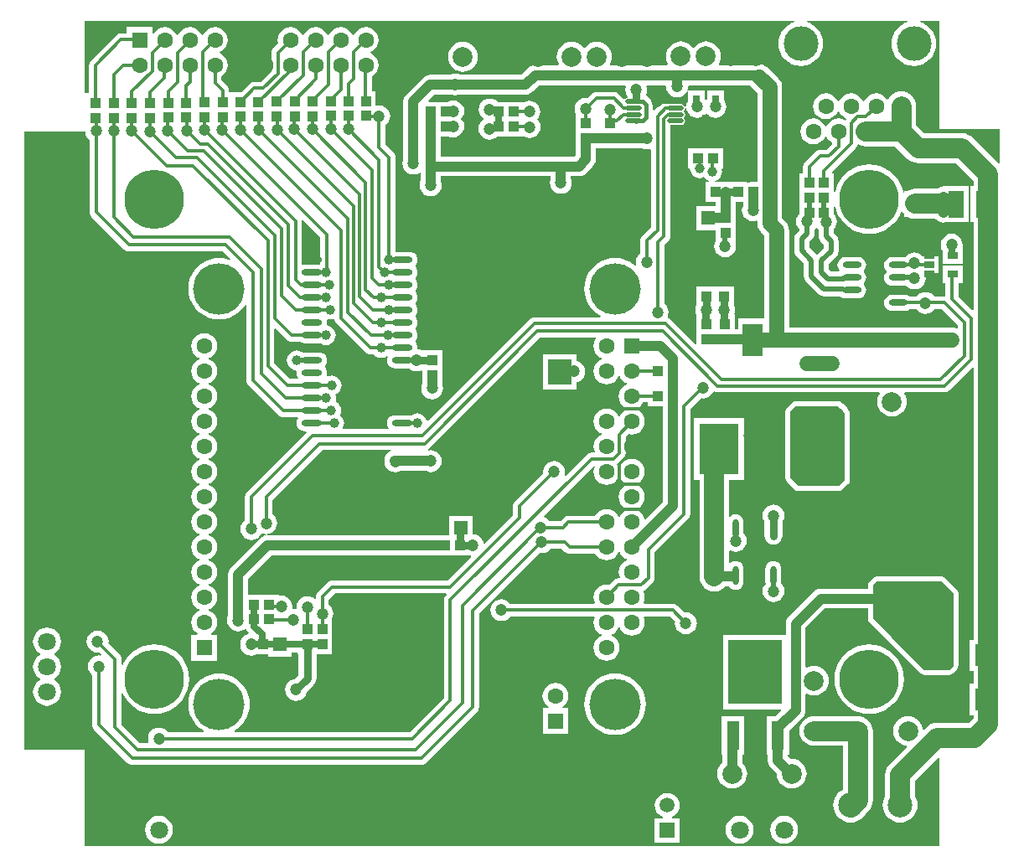
<source format=gtl>
G04*
G04 #@! TF.GenerationSoftware,Altium Limited,Altium Designer,18.1.2 (67)*
G04*
G04 Layer_Physical_Order=1*
G04 Layer_Color=255*
%FSLAX44Y44*%
%MOMM*%
G71*
G01*
G75*
%ADD12C,0.6000*%
%ADD14R,1.0000X1.0000*%
%ADD15R,1.0000X1.0000*%
%ADD16R,1.4000X1.4000*%
%ADD17R,1.4000X1.4000*%
%ADD18R,4.0000X5.2000*%
%ADD19R,1.2500X2.8500*%
%ADD20R,5.5000X6.5000*%
%ADD21R,1.6200X2.1800*%
%ADD22R,1.6000X2.7000*%
%ADD23O,1.9000X0.6000*%
%ADD24R,2.7000X1.6000*%
%ADD25R,1.0000X0.7000*%
%ADD26R,0.7000X0.8500*%
%ADD27R,2.4000X2.6000*%
%ADD28O,0.6000X1.9000*%
%ADD29O,2.1000X0.6000*%
%ADD30O,1.6500X0.5000*%
%ADD31R,2.0000X3.3000*%
%ADD32R,2.0000X0.9000*%
%ADD64C,0.3000*%
%ADD65C,1.0000*%
%ADD66C,0.4000*%
%ADD67C,0.8000*%
%ADD68C,1.5000*%
%ADD69C,2.0000*%
%ADD70C,0.5000*%
%ADD71C,0.7000*%
%ADD72C,1.6000*%
%ADD73C,3.5000*%
%ADD74C,2.0000*%
%ADD75R,2.0000X2.0000*%
%ADD76C,2.5000*%
%ADD77C,1.8000*%
%ADD78C,5.2000*%
%ADD79R,1.6000X1.6000*%
%ADD80R,1.6000X1.6000*%
%ADD81R,1.5000X1.5000*%
%ADD82C,1.5000*%
%ADD83C,6.0000*%
%ADD84C,1.2000*%
%ADD85C,1.0000*%
G36*
X867156Y730504D02*
Y728218D01*
X867410Y727964D01*
X928116D01*
Y693789D01*
X926943Y693303D01*
X900674Y719572D01*
X898390Y721446D01*
X895784Y722839D01*
X892956Y723697D01*
X890016Y723987D01*
X851809D01*
X843621Y732175D01*
Y751332D01*
X843331Y754273D01*
X842473Y757100D01*
X841080Y759706D01*
X839206Y761990D01*
X836922Y763864D01*
X834316Y765257D01*
X831488Y766115D01*
X828548Y766405D01*
X825608Y766115D01*
X822780Y765257D01*
X820174Y763864D01*
X817890Y761990D01*
X816016Y759706D01*
X815374Y758506D01*
X814109Y758402D01*
X812420Y760604D01*
X809704Y762688D01*
X806542Y763997D01*
X803148Y764444D01*
X799754Y763997D01*
X796592Y762688D01*
X793876Y760604D01*
X791793Y757888D01*
X791083Y756175D01*
X789813D01*
X789103Y757888D01*
X787020Y760604D01*
X784304Y762688D01*
X781142Y763997D01*
X777748Y764444D01*
X774354Y763997D01*
X771192Y762688D01*
X768476Y760604D01*
X766393Y757888D01*
X765683Y756175D01*
X764413D01*
X763704Y757888D01*
X761620Y760604D01*
X758904Y762688D01*
X755742Y763997D01*
X752348Y764444D01*
X748954Y763997D01*
X745792Y762688D01*
X743076Y760604D01*
X740993Y757888D01*
X739683Y754726D01*
X739236Y751332D01*
X739683Y747938D01*
X740993Y744776D01*
X743076Y742060D01*
X745792Y739977D01*
X748954Y738667D01*
X752348Y738220D01*
X755742Y738667D01*
X758904Y739977D01*
X761620Y742060D01*
X763704Y744776D01*
X764413Y746489D01*
X765683D01*
X766393Y744776D01*
X768476Y742060D01*
X771192Y739977D01*
X772431Y739463D01*
X772760Y738236D01*
X772070Y737338D01*
X771676Y737232D01*
X771604Y737288D01*
X768442Y738597D01*
X765048Y739044D01*
X761654Y738597D01*
X758492Y737288D01*
X755776Y735204D01*
X753692Y732488D01*
X752983Y730775D01*
X751713D01*
X751003Y732488D01*
X748920Y735204D01*
X746204Y737288D01*
X743042Y738597D01*
X739648Y739044D01*
X736254Y738597D01*
X733092Y737288D01*
X730376Y735204D01*
X728292Y732488D01*
X726983Y729326D01*
X726536Y725932D01*
X726983Y722538D01*
X728292Y719376D01*
X730376Y716660D01*
X733092Y714576D01*
X736254Y713267D01*
X739648Y712820D01*
X743042Y713267D01*
X746204Y714576D01*
X748920Y716660D01*
X751003Y719376D01*
X751713Y721089D01*
X752983D01*
X753692Y719376D01*
X755776Y716660D01*
X758389Y714655D01*
X758472Y713388D01*
X752680Y707596D01*
X746506D01*
X744809Y707373D01*
X744346Y707181D01*
X743228Y706718D01*
X741870Y705676D01*
X731202Y695008D01*
X730160Y693650D01*
X729833Y692859D01*
X729505Y692069D01*
X729282Y690372D01*
Y683876D01*
X725584D01*
Y663876D01*
Y648876D01*
Y642946D01*
X725453Y642845D01*
X723689Y640547D01*
X722581Y637872D01*
X722203Y635000D01*
X722581Y632128D01*
X723689Y629453D01*
X725453Y627155D01*
X725733Y626939D01*
Y625687D01*
X722869Y622823D01*
X721667Y621256D01*
X720911Y619432D01*
X720653Y617474D01*
Y605282D01*
X720911Y603324D01*
X721667Y601500D01*
X722869Y599933D01*
X730305Y592497D01*
Y579230D01*
X730305Y579230D01*
X730305D01*
X730563Y577272D01*
X731319Y575447D01*
X732521Y573881D01*
X744822Y561579D01*
X744822Y561579D01*
X746389Y560377D01*
X748214Y559621D01*
X750172Y559363D01*
X766796D01*
X768124Y558345D01*
X769948Y557589D01*
X771906Y557331D01*
X772033Y557348D01*
X772132Y557335D01*
X785132D01*
X787220Y557610D01*
X789166Y558416D01*
X790838Y559698D01*
X792120Y561370D01*
X792926Y563316D01*
X793201Y565404D01*
X792926Y567492D01*
X792120Y569439D01*
X790838Y571110D01*
X790826Y571119D01*
Y572389D01*
X790838Y572398D01*
X792120Y574070D01*
X792926Y576016D01*
X793201Y578104D01*
X792926Y580192D01*
X792120Y582138D01*
X790838Y583810D01*
X790826Y583819D01*
Y585089D01*
X790838Y585098D01*
X792120Y586769D01*
X792926Y588716D01*
X793201Y590804D01*
X792926Y592892D01*
X792120Y594838D01*
X790838Y596510D01*
X789166Y597792D01*
X787220Y598598D01*
X785132Y598873D01*
X772132D01*
X770044Y598598D01*
X768098Y597792D01*
X766426Y596510D01*
X765144Y594838D01*
X764338Y592892D01*
X764063Y590804D01*
X764338Y588716D01*
X765144Y586769D01*
X765894Y585792D01*
X765333Y584653D01*
X757513D01*
X755595Y586571D01*
Y591989D01*
X763031Y599425D01*
X764233Y600992D01*
X764989Y602816D01*
X765247Y604774D01*
Y614934D01*
X765247Y614934D01*
X764989Y616892D01*
X764233Y618716D01*
X763031Y620283D01*
X763031Y620283D01*
X760167Y623147D01*
Y626685D01*
X760447Y626901D01*
X762210Y629198D01*
X763319Y631874D01*
X763697Y634746D01*
X763319Y637618D01*
X762210Y640294D01*
X760584Y642413D01*
Y649608D01*
X761845Y649757D01*
X762610Y646571D01*
X764718Y641481D01*
X767597Y636784D01*
X771175Y632595D01*
X775364Y629017D01*
X780061Y626138D01*
X785151Y624030D01*
X790508Y622744D01*
X796000Y622312D01*
X801492Y622744D01*
X806849Y624030D01*
X811939Y626138D01*
X816636Y629017D01*
X820825Y632595D01*
X824403Y636784D01*
X827282Y641481D01*
X828480Y644375D01*
X829732Y644436D01*
X831606Y642152D01*
X831892Y641917D01*
Y639810D01*
X834765D01*
X836496Y638885D01*
X839324Y638027D01*
X842264Y637737D01*
X863110D01*
X863629Y637061D01*
X865927Y635298D01*
X868602Y634189D01*
X871474Y633811D01*
X873106Y634026D01*
X896636D01*
Y671026D01*
X870636D01*
Y669894D01*
X868348Y669593D01*
X865673Y668484D01*
X864888Y667883D01*
X842264D01*
X839324Y667593D01*
X836496Y666735D01*
X834765Y665810D01*
X831892D01*
Y664718D01*
X830744Y664175D01*
X830282Y664555D01*
X829390Y668269D01*
X827282Y673359D01*
X824403Y678056D01*
X820825Y682245D01*
X816636Y685823D01*
X811939Y688702D01*
X806849Y690810D01*
X801492Y692096D01*
X796000Y692528D01*
X790508Y692096D01*
X785151Y690810D01*
X780061Y688702D01*
X775364Y685823D01*
X771175Y682245D01*
X767597Y678056D01*
X764718Y673359D01*
X762610Y668269D01*
X761831Y665025D01*
X760570Y665174D01*
Y683876D01*
X758815D01*
X758329Y685049D01*
X782384Y709104D01*
X783426Y710462D01*
X783889Y711580D01*
X784081Y712043D01*
X784103Y712217D01*
X785233Y712797D01*
X786712Y712007D01*
X789539Y711149D01*
X792480Y710859D01*
X822305D01*
X834908Y698256D01*
X837192Y696382D01*
X839798Y694989D01*
X842626Y694131D01*
X845566Y693841D01*
X883773D01*
X901359Y676255D01*
Y671026D01*
X898636D01*
Y634026D01*
X901359D01*
Y545688D01*
X900186Y545202D01*
X886412Y558976D01*
Y572956D01*
X890488D01*
Y589956D01*
X870488D01*
Y572956D01*
X873300D01*
Y560050D01*
X872345Y559212D01*
X871982Y559260D01*
X861572D01*
X860777Y560295D01*
X858480Y562058D01*
X855804Y563167D01*
X852932Y563545D01*
X850060Y563167D01*
X847384Y562058D01*
X845087Y560295D01*
X844292Y559260D01*
X836729D01*
X836167Y559692D01*
X834220Y560498D01*
X832132Y560773D01*
X819132D01*
X817044Y560498D01*
X815098Y559692D01*
X813426Y558410D01*
X812144Y556739D01*
X811338Y554792D01*
X811063Y552704D01*
X811338Y550616D01*
X812144Y548670D01*
X813426Y546998D01*
X815098Y545716D01*
X817044Y544910D01*
X819132Y544635D01*
X832132D01*
X834220Y544910D01*
X836167Y545716D01*
X836729Y546148D01*
X843903D01*
X845087Y544605D01*
X847384Y542841D01*
X850060Y541733D01*
X852932Y541355D01*
X855804Y541733D01*
X858480Y542841D01*
X860777Y544605D01*
X861961Y546148D01*
X869266D01*
X885492Y529922D01*
Y527494D01*
X884436Y526788D01*
X882611Y527544D01*
X879348Y527974D01*
X715426D01*
Y625602D01*
X714996Y628865D01*
X713737Y631906D01*
X711733Y634517D01*
X708314Y637936D01*
Y770382D01*
X707884Y773645D01*
X707515Y774536D01*
X706625Y776686D01*
X704621Y779297D01*
X693953Y789965D01*
X691342Y791969D01*
X688301Y793228D01*
X685038Y793658D01*
X681775Y793228D01*
X681017Y792914D01*
X644709D01*
X644056Y794004D01*
X645115Y795986D01*
X645973Y798813D01*
X646263Y801754D01*
X645973Y804695D01*
X645115Y807522D01*
X643722Y810128D01*
X641848Y812412D01*
X639564Y814286D01*
X636958Y815679D01*
X634131Y816537D01*
X631190Y816827D01*
X628250Y816537D01*
X625422Y815679D01*
X622816Y814286D01*
X620532Y812412D01*
X619125Y810697D01*
X617855D01*
X616448Y812412D01*
X614164Y814286D01*
X611558Y815679D01*
X608731Y816537D01*
X605790Y816827D01*
X602850Y816537D01*
X600022Y815679D01*
X597416Y814286D01*
X595132Y812412D01*
X593258Y810128D01*
X591865Y807522D01*
X591007Y804695D01*
X590717Y801754D01*
X591007Y798813D01*
X591865Y795986D01*
X592924Y794004D01*
X592271Y792914D01*
X534608D01*
X533955Y794004D01*
X534879Y795732D01*
X535737Y798559D01*
X536027Y801500D01*
X535737Y804441D01*
X534879Y807268D01*
X533486Y809874D01*
X531612Y812158D01*
X529328Y814032D01*
X526722Y815425D01*
X523895Y816283D01*
X520954Y816573D01*
X518013Y816283D01*
X515186Y815425D01*
X512580Y814032D01*
X510296Y812158D01*
X508889Y810443D01*
X507619D01*
X506212Y812158D01*
X503928Y814032D01*
X501322Y815425D01*
X498494Y816283D01*
X495554Y816573D01*
X492613Y816283D01*
X489786Y815425D01*
X487180Y814032D01*
X484896Y812158D01*
X483022Y809874D01*
X481629Y807268D01*
X480771Y804441D01*
X480481Y801500D01*
X480771Y798559D01*
X481629Y795732D01*
X482553Y794004D01*
X481900Y792914D01*
X458724D01*
X456114Y792571D01*
X453681Y791563D01*
X451592Y789960D01*
X444894Y783262D01*
X382959D01*
X380824Y784147D01*
X377952Y784525D01*
X375080Y784147D01*
X372945Y783262D01*
X352552D01*
X349941Y782919D01*
X347509Y781911D01*
X345420Y780308D01*
X328402Y763290D01*
X326799Y761201D01*
X325791Y758768D01*
X325448Y756158D01*
X325448Y756158D01*
X325448D01*
X325448Y756158D01*
X325448D01*
Y697814D01*
X324817Y696292D01*
X324439Y693420D01*
X324817Y690548D01*
X325925Y687872D01*
X327689Y685575D01*
X329986Y683811D01*
X332662Y682703D01*
X335534Y682325D01*
X338406Y682703D01*
X341082Y683811D01*
X342089Y684584D01*
X343228Y684023D01*
Y676329D01*
X342343Y674194D01*
X341965Y671322D01*
X342343Y668450D01*
X343451Y665775D01*
X345215Y663477D01*
X347513Y661713D01*
X350188Y660605D01*
X353060Y660227D01*
X355932Y660605D01*
X358607Y661713D01*
X360905Y663477D01*
X362668Y665775D01*
X363777Y668450D01*
X364155Y671322D01*
X363777Y674194D01*
X363400Y675103D01*
Y680540D01*
X474546D01*
Y678256D01*
X473915Y676734D01*
X473537Y673862D01*
X473915Y670990D01*
X475023Y668315D01*
X476787Y666017D01*
X479085Y664253D01*
X481760Y663145D01*
X484632Y662767D01*
X487504Y663145D01*
X490179Y664253D01*
X492477Y666017D01*
X494240Y668315D01*
X495349Y670990D01*
X495727Y673862D01*
X495349Y676734D01*
X494718Y678256D01*
Y680540D01*
X502666D01*
X505276Y680883D01*
X507709Y681891D01*
X509798Y683494D01*
X516910Y690606D01*
X518513Y692695D01*
X519521Y695127D01*
X519864Y697738D01*
X519864Y697738D01*
X519864Y697738D01*
Y697738D01*
Y708974D01*
X566527D01*
X568628Y708103D01*
X571500Y707725D01*
X574372Y708103D01*
X574556Y708179D01*
X575612Y707474D01*
Y628826D01*
X566864Y620078D01*
X565822Y618720D01*
X565495Y617929D01*
X565167Y617139D01*
X564944Y615442D01*
Y602940D01*
X563655Y601951D01*
X561892Y599654D01*
X560783Y596978D01*
X560405Y594106D01*
X560783Y591234D01*
X560978Y590765D01*
X559950Y590019D01*
X557538Y592079D01*
X553377Y594629D01*
X548869Y596496D01*
X544124Y597635D01*
X539260Y598018D01*
X534396Y597635D01*
X529651Y596496D01*
X525143Y594629D01*
X520982Y592079D01*
X517272Y588910D01*
X514103Y585200D01*
X511553Y581039D01*
X509686Y576531D01*
X508547Y571786D01*
X508164Y566922D01*
X508547Y562057D01*
X509686Y557313D01*
X511553Y552805D01*
X514103Y548644D01*
X517272Y544934D01*
X520982Y541765D01*
X524845Y539398D01*
X524500Y538176D01*
X457960D01*
X456263Y537952D01*
X455800Y537761D01*
X454682Y537298D01*
X453324Y536256D01*
X350552Y433484D01*
X349306Y433731D01*
X348333Y436081D01*
X346730Y438170D01*
X344641Y439773D01*
X342209Y440781D01*
X339598Y441124D01*
X336987Y440781D01*
X334555Y439773D01*
X333424Y438905D01*
X331888Y439107D01*
X316888D01*
X314800Y438832D01*
X312854Y438026D01*
X311182Y436744D01*
X309900Y435073D01*
X309094Y433126D01*
X308819Y431038D01*
X309094Y428950D01*
X309900Y427004D01*
X310645Y426033D01*
X310083Y424894D01*
X264802D01*
X264259Y425995D01*
X265267Y428428D01*
X265610Y431038D01*
X265267Y433648D01*
X264259Y436081D01*
X262656Y438170D01*
X261315Y439199D01*
X262219Y441381D01*
X262562Y443992D01*
X262219Y446603D01*
X261211Y449035D01*
X259608Y451124D01*
X257519Y452727D01*
X257101Y453737D01*
X257139Y453828D01*
X257482Y456438D01*
X257139Y459049D01*
X256790Y459891D01*
X258027Y460403D01*
X260116Y462006D01*
X261719Y464095D01*
X262727Y466527D01*
X263070Y469138D01*
X262727Y471749D01*
X261719Y474181D01*
X260116Y476270D01*
X258027Y477873D01*
X255595Y478881D01*
X252984Y479224D01*
X250373Y478881D01*
X248827Y478240D01*
X247929Y479138D01*
X248182Y479750D01*
X248457Y481838D01*
X248182Y483926D01*
X247376Y485872D01*
X246094Y487544D01*
X246082Y487553D01*
Y488823D01*
X246094Y488832D01*
X247376Y490504D01*
X248182Y492450D01*
X248457Y494538D01*
X248182Y496626D01*
X247376Y498573D01*
X246094Y500244D01*
X244422Y501526D01*
X242476Y502332D01*
X240388Y502607D01*
X225388D01*
X224069Y502433D01*
X222975Y503273D01*
X220543Y504281D01*
X217932Y504624D01*
X215322Y504281D01*
X212889Y503273D01*
X210800Y501670D01*
X209197Y499581D01*
X208189Y497149D01*
X207846Y494538D01*
X208189Y491927D01*
X209197Y489495D01*
X210800Y487406D01*
X212889Y485803D01*
X215322Y484795D01*
X216777Y484604D01*
X217550Y483596D01*
X217319Y481838D01*
X217594Y479750D01*
X218400Y477803D01*
X219145Y476833D01*
X218583Y475694D01*
X210742D01*
X195024Y491412D01*
Y526327D01*
X196197Y526813D01*
X207708Y515302D01*
X209066Y514260D01*
X210184Y513797D01*
X210647Y513605D01*
X212344Y513382D01*
X220791D01*
X221353Y512950D01*
X223300Y512144D01*
X225388Y511869D01*
X240388D01*
X241108Y511964D01*
X242099Y511203D01*
X244531Y510195D01*
X247142Y509852D01*
X249753Y510195D01*
X252185Y511203D01*
X254274Y512806D01*
X255877Y514895D01*
X256885Y517327D01*
X257228Y519938D01*
X256885Y522548D01*
X255877Y524981D01*
X254274Y527070D01*
X252185Y528673D01*
X249753Y529681D01*
X248987Y529781D01*
X248214Y530789D01*
X248457Y532638D01*
X248182Y534726D01*
X247980Y535213D01*
X248850Y536103D01*
D01*
D01*
X248850Y536103D01*
X251460Y535760D01*
X254070Y536103D01*
X254910Y536451D01*
X256009Y535816D01*
X256049Y535513D01*
X256377Y534723D01*
X256704Y533932D01*
X257746Y532574D01*
X287718Y502602D01*
X289076Y501560D01*
X289867Y501233D01*
X290657Y500905D01*
X292354Y500682D01*
X295253D01*
X295890Y499852D01*
X297979Y498249D01*
X300411Y497241D01*
X303022Y496898D01*
X305632Y497241D01*
X308065Y498249D01*
X308612Y498669D01*
X309620Y497896D01*
X309094Y496626D01*
X308819Y494538D01*
X309094Y492450D01*
X309900Y490504D01*
X311182Y488832D01*
X312854Y487550D01*
X314800Y486744D01*
X316888Y486469D01*
X331536D01*
X333543Y484930D01*
X336218Y483821D01*
X339090Y483443D01*
X341962Y483821D01*
X343528Y484470D01*
X344584Y483764D01*
Y479953D01*
X344498Y479298D01*
Y470738D01*
X343867Y469216D01*
X343489Y466344D01*
X343867Y463472D01*
X344976Y460797D01*
X346739Y458499D01*
X349036Y456735D01*
X351712Y455627D01*
X354584Y455249D01*
X357456Y455627D01*
X360131Y456735D01*
X362429Y458499D01*
X364193Y460797D01*
X365301Y463472D01*
X365679Y466344D01*
X365301Y469216D01*
X364670Y470738D01*
Y479298D01*
X364584Y479953D01*
Y484806D01*
Y504806D01*
X344584D01*
Y504806D01*
X343995Y504412D01*
X341962Y505255D01*
X340625Y505431D01*
X339852Y506438D01*
X339957Y507238D01*
X339682Y509326D01*
X338876Y511273D01*
X337594Y512944D01*
X337581Y512953D01*
Y514223D01*
X337594Y514232D01*
X338876Y515904D01*
X339682Y517850D01*
X339957Y519938D01*
X339682Y522026D01*
X338876Y523973D01*
X337594Y525644D01*
X337581Y525653D01*
Y526923D01*
X337594Y526932D01*
X338876Y528604D01*
X339682Y530550D01*
X339957Y532638D01*
X339682Y534726D01*
X338876Y536673D01*
X337594Y538344D01*
X337581Y538353D01*
Y539623D01*
X337594Y539632D01*
X338876Y541303D01*
X339682Y543250D01*
X339957Y545338D01*
X339682Y547426D01*
X338876Y549372D01*
X337594Y551044D01*
X337581Y551053D01*
Y552323D01*
X337594Y552332D01*
X338876Y554003D01*
X339682Y555950D01*
X339957Y558038D01*
X339682Y560126D01*
X338876Y562072D01*
X337594Y563744D01*
X337581Y563753D01*
Y565023D01*
X337594Y565032D01*
X338876Y566703D01*
X339682Y568650D01*
X339957Y570738D01*
X339682Y572826D01*
X338876Y574772D01*
X337594Y576444D01*
X337581Y576453D01*
Y577723D01*
X337594Y577732D01*
X338876Y579403D01*
X339682Y581350D01*
X339957Y583438D01*
X339682Y585526D01*
X338876Y587472D01*
X337594Y589144D01*
X337581Y589153D01*
Y590423D01*
X337594Y590432D01*
X338876Y592104D01*
X339682Y594050D01*
X339957Y596138D01*
X339682Y598226D01*
X338876Y600173D01*
X337594Y601844D01*
X335923Y603126D01*
X333976Y603932D01*
X331888Y604207D01*
X317706D01*
Y699770D01*
X317483Y701467D01*
X316828Y703048D01*
X315786Y704406D01*
X307546Y712646D01*
Y732337D01*
X308835Y733327D01*
X310599Y735624D01*
X311707Y738300D01*
X312085Y741172D01*
X311707Y744044D01*
X310599Y746720D01*
X308835Y749017D01*
X306537Y750780D01*
X303862Y751889D01*
X300990Y752267D01*
X298483Y751937D01*
X297879Y752466D01*
X297528Y753314D01*
Y766680D01*
X293830D01*
Y781527D01*
X294084Y781633D01*
X296800Y783716D01*
X298883Y786432D01*
X300193Y789594D01*
X300640Y792988D01*
X300193Y796382D01*
X298883Y799544D01*
X296800Y802260D01*
X294084Y804343D01*
X292371Y805053D01*
Y806323D01*
X294084Y807032D01*
X296800Y809116D01*
X298883Y811832D01*
X300193Y814994D01*
X300640Y818388D01*
X300193Y821782D01*
X298883Y824944D01*
X296800Y827660D01*
X294084Y829743D01*
X290922Y831053D01*
X287528Y831500D01*
X284134Y831053D01*
X280972Y829743D01*
X278256Y827660D01*
X276173Y824944D01*
X275463Y823231D01*
X274193D01*
X273484Y824944D01*
X271400Y827660D01*
X268684Y829743D01*
X265522Y831053D01*
X262128Y831500D01*
X258734Y831053D01*
X255572Y829743D01*
X252856Y827660D01*
X250772Y824944D01*
X250063Y823231D01*
X248793D01*
X248083Y824944D01*
X246000Y827660D01*
X243284Y829743D01*
X240122Y831053D01*
X236728Y831500D01*
X233334Y831053D01*
X230172Y829743D01*
X227456Y827660D01*
X225373Y824944D01*
X224663Y823231D01*
X223393D01*
X222684Y824944D01*
X220600Y827660D01*
X217884Y829743D01*
X214722Y831053D01*
X211328Y831500D01*
X207934Y831053D01*
X204772Y829743D01*
X202056Y827660D01*
X199972Y824944D01*
X198663Y821782D01*
X198216Y818388D01*
X198663Y814994D01*
X198737Y814815D01*
X193992Y810070D01*
X192950Y808712D01*
X192623Y807921D01*
X192295Y807131D01*
X192072Y805434D01*
Y786814D01*
X181434Y776176D01*
X174738D01*
X173041Y775953D01*
X172044Y775540D01*
X171460Y775298D01*
X170102Y774256D01*
X161510Y765664D01*
X150782D01*
Y765410D01*
X149304D01*
Y767334D01*
X149081Y769031D01*
X148753Y769821D01*
X148426Y770612D01*
X147384Y771970D01*
X141684Y777670D01*
Y781633D01*
X144400Y783716D01*
X146483Y786432D01*
X147793Y789594D01*
X148240Y792988D01*
X147793Y796382D01*
X146483Y799544D01*
X144400Y802260D01*
X141684Y804343D01*
X139971Y805053D01*
Y806323D01*
X141684Y807032D01*
X144400Y809116D01*
X146483Y811832D01*
X147793Y814994D01*
X148240Y818388D01*
X147793Y821782D01*
X146483Y824944D01*
X144400Y827660D01*
X141684Y829743D01*
X138522Y831053D01*
X135128Y831500D01*
X131734Y831053D01*
X128572Y829743D01*
X125856Y827660D01*
X123772Y824944D01*
X123063Y823231D01*
X121793D01*
X121083Y824944D01*
X119000Y827660D01*
X116284Y829743D01*
X113122Y831053D01*
X109728Y831500D01*
X106334Y831053D01*
X103172Y829743D01*
X100456Y827660D01*
X98372Y824944D01*
X97663Y823231D01*
X96393D01*
X95683Y824944D01*
X93600Y827660D01*
X90884Y829743D01*
X87722Y831053D01*
X84328Y831500D01*
X80934Y831053D01*
X77772Y829743D01*
X75056Y827660D01*
X73131Y825150D01*
X71928Y825558D01*
Y831388D01*
X45928D01*
Y825198D01*
X40132D01*
X38435Y824975D01*
X37972Y824783D01*
X36854Y824320D01*
X35496Y823278D01*
X9842Y797624D01*
X8800Y796266D01*
X8558Y795682D01*
X8145Y794685D01*
X7922Y792988D01*
Y764648D01*
X4478D01*
Y764648D01*
X4454D01*
X3556Y765546D01*
Y836422D01*
Y837692D01*
X720470D01*
X720656Y836436D01*
X718296Y835720D01*
X714387Y833631D01*
X710961Y830819D01*
X708149Y827393D01*
X706060Y823484D01*
X704774Y819243D01*
X704339Y814832D01*
X704774Y810421D01*
X706060Y806180D01*
X708149Y802271D01*
X710961Y798845D01*
X714387Y796033D01*
X718296Y793944D01*
X722537Y792658D01*
X726948Y792223D01*
X731359Y792658D01*
X735600Y793944D01*
X739509Y796033D01*
X742935Y798845D01*
X745747Y802271D01*
X747836Y806180D01*
X749122Y810421D01*
X749557Y814832D01*
X749122Y819243D01*
X747836Y823484D01*
X745747Y827393D01*
X742935Y830819D01*
X739509Y833631D01*
X735600Y835720D01*
X733240Y836436D01*
X733426Y837692D01*
X834770D01*
X834956Y836436D01*
X832596Y835720D01*
X828687Y833631D01*
X825261Y830819D01*
X822449Y827393D01*
X820360Y823484D01*
X819074Y819243D01*
X818639Y814832D01*
X819074Y810421D01*
X820360Y806180D01*
X822449Y802271D01*
X825261Y798845D01*
X828687Y796033D01*
X832596Y793944D01*
X836837Y792658D01*
X841248Y792223D01*
X845659Y792658D01*
X849900Y793944D01*
X853809Y796033D01*
X857235Y798845D01*
X860047Y802271D01*
X862136Y806180D01*
X863422Y810421D01*
X863857Y814832D01*
X863422Y819243D01*
X862136Y823484D01*
X860047Y827393D01*
X857235Y830819D01*
X853809Y833631D01*
X849900Y835720D01*
X847540Y836436D01*
X847726Y837692D01*
X867156D01*
Y730504D01*
D02*
G37*
G36*
X550518Y771686D02*
X550115Y770714D01*
X549737Y767842D01*
X550115Y764970D01*
X551223Y762294D01*
X551754Y761603D01*
Y760008D01*
X550559Y759770D01*
X549236Y758886D01*
X548176Y758782D01*
X542862Y764096D01*
X541504Y765138D01*
X540713Y765465D01*
X539923Y765793D01*
X538226Y766016D01*
X520446D01*
X518749Y765793D01*
X517959Y765465D01*
X517168Y765138D01*
X515810Y764096D01*
X511135Y759421D01*
X509524Y759633D01*
X506652Y759255D01*
X503977Y758147D01*
X501679Y756383D01*
X499916Y754085D01*
X498807Y751410D01*
X498429Y748538D01*
X498807Y745666D01*
X499778Y743323D01*
Y724060D01*
Y719715D01*
X499697Y719103D01*
X499692Y719060D01*
Y701916D01*
X498488Y700712D01*
X363400D01*
Y721012D01*
X371318D01*
X373048Y720295D01*
X375920Y719917D01*
X378792Y720295D01*
X381468Y721404D01*
X383765Y723167D01*
X385528Y725464D01*
X386637Y728140D01*
X387015Y731012D01*
X386637Y733884D01*
X385528Y736560D01*
X383938Y738632D01*
X385528Y740704D01*
X386637Y743380D01*
X387015Y746252D01*
X386637Y749124D01*
X385528Y751799D01*
X383765Y754097D01*
X381468Y755861D01*
X378792Y756969D01*
X375920Y757347D01*
X373048Y756969D01*
X370373Y755861D01*
X370221Y755744D01*
X353969D01*
X353314Y755830D01*
X352659Y755744D01*
X351044D01*
X350557Y756917D01*
X356730Y763090D01*
X374171D01*
X375080Y762713D01*
X377952Y762335D01*
X380824Y762713D01*
X381733Y763090D01*
X449072D01*
X451683Y763433D01*
X454115Y764441D01*
X456204Y766044D01*
X462902Y772742D01*
X549812D01*
X550518Y771686D01*
D02*
G37*
G36*
X590936Y771787D02*
X590885Y771398D01*
X591263Y768526D01*
X592371Y765851D01*
X594135Y763553D01*
X596432Y761789D01*
X599108Y760681D01*
X601980Y760303D01*
X604852Y760681D01*
X607528Y761789D01*
X609825Y763553D01*
X611589Y765851D01*
X611944Y766710D01*
X613190Y766462D01*
Y757021D01*
X612691Y756372D01*
X611583Y753696D01*
X611208Y750848D01*
X609939Y750806D01*
X609888Y751063D01*
X609004Y752386D01*
X607681Y753270D01*
X607299Y753346D01*
X606616Y754236D01*
X605258Y755278D01*
X603677Y755933D01*
X601980Y756156D01*
X590596D01*
X588899Y755933D01*
X588436Y755741D01*
X587318Y755278D01*
X585960Y754236D01*
X578972Y747247D01*
X577798Y747733D01*
Y753110D01*
X577558Y754937D01*
X576852Y756640D01*
X575730Y758102D01*
X572682Y761150D01*
X571220Y762272D01*
X570826Y763225D01*
X571549Y764970D01*
X571927Y767842D01*
X571549Y770714D01*
X571146Y771686D01*
X571852Y772742D01*
X590099D01*
X590936Y771787D01*
D02*
G37*
G36*
X676123Y772135D02*
X683098Y765160D01*
Y674718D01*
X679343D01*
X678688Y674804D01*
X678033Y674718D01*
X653688D01*
Y674718D01*
X653620Y674673D01*
X653620Y674673D01*
X650748Y675051D01*
X648219Y674718D01*
X640785D01*
X640537Y675964D01*
X642583Y676811D01*
X644672Y678414D01*
X646275Y680503D01*
X647283Y682935D01*
X647626Y685546D01*
X647330Y687799D01*
X648167Y688754D01*
X648302D01*
Y708754D01*
X613302D01*
Y688754D01*
X614613D01*
X614754Y688594D01*
X615097Y685984D01*
X616105Y683551D01*
X617708Y681462D01*
X619797Y679859D01*
X622229Y678851D01*
X624840Y678508D01*
X627450Y678851D01*
X629440Y679676D01*
X630408Y678414D01*
X632497Y676811D01*
X634543Y675964D01*
X634295Y674718D01*
X630976D01*
Y654718D01*
X640916D01*
Y650302D01*
X621316D01*
Y626302D01*
X641002D01*
Y615553D01*
X640885Y615401D01*
X639777Y612726D01*
X639399Y609854D01*
X639777Y606982D01*
X640885Y604306D01*
X642649Y602009D01*
X644947Y600246D01*
X647622Y599137D01*
X650494Y598759D01*
X653366Y599137D01*
X656041Y600246D01*
X658339Y602009D01*
X660102Y604306D01*
X661211Y606982D01*
X661589Y609854D01*
X661211Y612726D01*
X660919Y613431D01*
X661002Y613556D01*
X661002D01*
Y628556D01*
Y637901D01*
X661019Y638027D01*
X661088Y638556D01*
Y654718D01*
X668602D01*
Y650570D01*
X667971Y649048D01*
X667593Y646176D01*
X667971Y643304D01*
X669080Y640629D01*
X670843Y638331D01*
X673140Y636567D01*
X675816Y635459D01*
X678688Y635081D01*
X681560Y635459D01*
X682042Y635659D01*
X683098Y634953D01*
Y632714D01*
X683098Y632714D01*
X683098D01*
X683528Y629451D01*
X684787Y626410D01*
X686791Y623799D01*
X690210Y620380D01*
Y536612D01*
X663660D01*
Y525960D01*
X660494D01*
Y540874D01*
X660494D01*
X659902Y541760D01*
X660195Y542466D01*
X660573Y545338D01*
X660195Y548210D01*
X659732Y549327D01*
Y568920D01*
X621698D01*
Y550554D01*
X620727Y548210D01*
X620349Y545338D01*
X620727Y542466D01*
X621444Y540736D01*
Y520874D01*
Y516529D01*
X621358Y515874D01*
X621444Y515219D01*
Y511405D01*
X620271Y510919D01*
X594934Y536256D01*
X593576Y537298D01*
X592924Y537568D01*
X592438Y538741D01*
X593139Y540434D01*
X593517Y543306D01*
X593139Y546178D01*
X592030Y548853D01*
X590267Y551151D01*
X588978Y552141D01*
Y611202D01*
X593408Y615632D01*
X594450Y616990D01*
X595105Y618571D01*
X595328Y620268D01*
Y732424D01*
X606120D01*
X607681Y732734D01*
X609004Y733618D01*
X609888Y734941D01*
X610198Y736502D01*
X609888Y738063D01*
X609004Y739386D01*
Y740118D01*
X609888Y741441D01*
X610198Y743002D01*
X609888Y744563D01*
X609004Y745886D01*
Y746618D01*
X609888Y747941D01*
X610148Y749251D01*
X611418Y749209D01*
X611583Y747952D01*
X612691Y745276D01*
X614455Y742979D01*
X616753Y741216D01*
X619428Y740107D01*
X622300Y739729D01*
X625172Y740107D01*
X627848Y741216D01*
X630145Y742979D01*
X630936Y744009D01*
X632206D01*
X632997Y742979D01*
X635294Y741216D01*
X637970Y740107D01*
X640842Y739729D01*
X643714Y740107D01*
X646389Y741216D01*
X648687Y742979D01*
X650451Y745276D01*
X651559Y747952D01*
X651937Y750824D01*
X651559Y753696D01*
X650451Y756372D01*
X649190Y758014D01*
Y766973D01*
X632190D01*
Y757980D01*
X631124Y757618D01*
X630952D01*
X630190Y758611D01*
Y767015D01*
X613214D01*
X612508Y768071D01*
X612697Y768526D01*
X613075Y771398D01*
X613024Y771787D01*
X613861Y772742D01*
X675657D01*
X676123Y772135D01*
D02*
G37*
G36*
X744757Y626901D02*
X745037Y626685D01*
Y620014D01*
X745037Y620014D01*
X745037D01*
X745295Y618056D01*
X746051Y616232D01*
X747253Y614665D01*
X750117Y611801D01*
Y607907D01*
X743204Y600994D01*
X735783Y608415D01*
Y614341D01*
X738647Y617205D01*
X738647Y617205D01*
X739849Y618772D01*
X740605Y620596D01*
X740863Y622554D01*
X740863Y622554D01*
Y626939D01*
X741143Y627155D01*
X742217Y628555D01*
X743487D01*
X744757Y626901D01*
D02*
G37*
G36*
X3556Y725424D02*
X4025D01*
X4269Y723568D01*
X5378Y720892D01*
X7141Y718595D01*
X8430Y717606D01*
Y644398D01*
X8653Y642701D01*
X8981Y641911D01*
X9308Y641120D01*
X10350Y639762D01*
X43624Y606488D01*
X44982Y605446D01*
X46100Y604983D01*
X46563Y604791D01*
X48260Y604568D01*
X143334D01*
X150899Y597003D01*
X150193Y595947D01*
X148869Y596496D01*
X144124Y597635D01*
X139260Y598018D01*
X134396Y597635D01*
X129651Y596496D01*
X125143Y594629D01*
X120982Y592079D01*
X117272Y588910D01*
X114103Y585200D01*
X111553Y581039D01*
X109686Y576531D01*
X108547Y571786D01*
X108164Y566922D01*
X108547Y562057D01*
X109686Y557313D01*
X111553Y552805D01*
X114103Y548644D01*
X117272Y544934D01*
X120982Y541765D01*
X125143Y539215D01*
X129651Y537348D01*
X134396Y536209D01*
X139260Y535826D01*
X144124Y536209D01*
X148869Y537348D01*
X153377Y539215D01*
X157538Y541765D01*
X161248Y544934D01*
X164417Y548644D01*
X165704Y550744D01*
X166926Y550399D01*
Y474472D01*
X167149Y472775D01*
X167477Y471985D01*
X167804Y471194D01*
X168846Y469836D01*
X199580Y439102D01*
X200938Y438060D01*
D01*
D01*
Y438060D01*
X200938Y438060D01*
D01*
D01*
X200938D01*
Y438060D01*
D01*
X200938D01*
Y438060D01*
X202519Y437405D01*
X204216Y437182D01*
X218583D01*
X219145Y436043D01*
X218400Y435073D01*
X217594Y433126D01*
X217319Y431038D01*
X217594Y428950D01*
X218400Y427004D01*
X219682Y425332D01*
X221353Y424050D01*
X223300Y423244D01*
X225388Y422969D01*
X227380D01*
X227866Y421796D01*
X167322Y361252D01*
X166280Y359894D01*
X165953Y359103D01*
X165625Y358313D01*
X165402Y356616D01*
Y332938D01*
X164113Y331949D01*
X162349Y329651D01*
X161241Y326976D01*
X160863Y324104D01*
X161241Y321232D01*
X162349Y318556D01*
X164113Y316259D01*
X166411Y314496D01*
X169086Y313387D01*
X171958Y313009D01*
X174830Y313387D01*
X177505Y314496D01*
X179803Y316259D01*
X181567Y318556D01*
X181828Y319187D01*
X183001Y319673D01*
X184072Y319229D01*
X186924Y318854D01*
Y317584D01*
X185396Y317383D01*
X182963Y316375D01*
X180874Y314772D01*
X151364Y285262D01*
X149761Y283173D01*
X148753Y280741D01*
X148410Y278130D01*
X148410Y278130D01*
X148410D01*
X148410Y278130D01*
X148410D01*
Y236042D01*
X147779Y234520D01*
X147401Y231648D01*
X147779Y228776D01*
X148888Y226101D01*
X150651Y223803D01*
X152949Y222040D01*
X155624Y220931D01*
X158496Y220553D01*
X161368Y220931D01*
X164044Y222040D01*
X164857Y222664D01*
X166853D01*
X167076Y222125D01*
X167327Y221519D01*
X168690Y219744D01*
X169249Y219185D01*
X168841Y217982D01*
X168832Y217981D01*
X166157Y216873D01*
X163859Y215109D01*
X162096Y212812D01*
X160987Y210136D01*
X160609Y207264D01*
X160987Y204392D01*
X162096Y201716D01*
X163859Y199419D01*
X166157Y197656D01*
X168832Y196547D01*
X171704Y196169D01*
X174576Y196547D01*
X176630Y197398D01*
X188914D01*
Y195358D01*
X212914D01*
Y198785D01*
X218600D01*
Y197518D01*
X219522D01*
Y176734D01*
X215163Y172375D01*
X214298Y172261D01*
X211623Y171152D01*
X209325Y169389D01*
X207561Y167092D01*
X206453Y164416D01*
X206075Y161544D01*
X206453Y158672D01*
X207561Y155997D01*
X209325Y153699D01*
X211623Y151936D01*
X214298Y150827D01*
X217170Y150449D01*
X220042Y150827D01*
X222717Y151936D01*
X225015Y153699D01*
X226779Y155997D01*
X227887Y158672D01*
X228001Y159537D01*
X235019Y166555D01*
X236462Y168435D01*
X237368Y170625D01*
X237678Y172974D01*
Y197518D01*
X253586D01*
Y212518D01*
Y232518D01*
X253586D01*
X253586Y233904D01*
X254303Y235634D01*
X254681Y238506D01*
X254303Y241378D01*
X253195Y244053D01*
X251431Y246351D01*
X250142Y247341D01*
Y252808D01*
X256208Y258874D01*
X368593D01*
X369079Y257701D01*
X368236Y256858D01*
X367194Y255500D01*
X366867Y254709D01*
X366539Y253919D01*
X366316Y252222D01*
Y153338D01*
X331802Y118824D01*
X155078D01*
X154733Y120046D01*
X157538Y121765D01*
X161248Y124934D01*
X164417Y128644D01*
X166967Y132805D01*
X168834Y137313D01*
X169973Y142058D01*
X170356Y146922D01*
X169973Y151786D01*
X168834Y156531D01*
X166967Y161039D01*
X164417Y165200D01*
X161248Y168910D01*
X157538Y172079D01*
X153377Y174629D01*
X148869Y176496D01*
X144124Y177635D01*
X139260Y178018D01*
X134396Y177635D01*
X129651Y176496D01*
X125143Y174629D01*
X120982Y172079D01*
X117272Y168910D01*
X114103Y165200D01*
X111553Y161039D01*
X109686Y156531D01*
X108547Y151786D01*
X108164Y146922D01*
X108547Y142058D01*
X109686Y137313D01*
X111553Y132805D01*
X114103Y128644D01*
X117272Y124934D01*
X120982Y121765D01*
X123787Y120046D01*
X123442Y118824D01*
X87320D01*
X86331Y120113D01*
X84033Y121876D01*
X81358Y122985D01*
X78486Y123363D01*
X75614Y122985D01*
X72938Y121876D01*
X70641Y120113D01*
X68878Y117816D01*
X67769Y115140D01*
X67391Y112268D01*
X67769Y109396D01*
X68056Y108704D01*
X67350Y107648D01*
X59358D01*
X40846Y126160D01*
Y157746D01*
X42092Y157994D01*
X42718Y156481D01*
X45597Y151784D01*
X49175Y147595D01*
X53364Y144017D01*
X58061Y141138D01*
X63151Y139030D01*
X68508Y137744D01*
X74000Y137312D01*
X79492Y137744D01*
X84849Y139030D01*
X89939Y141138D01*
X94636Y144017D01*
X98825Y147595D01*
X102403Y151784D01*
X105282Y156481D01*
X107390Y161571D01*
X108676Y166928D01*
X109108Y172420D01*
X108676Y177912D01*
X107390Y183269D01*
X105282Y188359D01*
X102403Y193056D01*
X98825Y197245D01*
X94636Y200823D01*
X89939Y203702D01*
X84849Y205810D01*
X79492Y207096D01*
X74000Y207528D01*
X68508Y207096D01*
X63151Y205810D01*
X58061Y203702D01*
X53364Y200823D01*
X49175Y197245D01*
X45597Y193056D01*
X42718Y188359D01*
X42092Y186846D01*
X40846Y187094D01*
Y192532D01*
X40623Y194229D01*
X40431Y194692D01*
X39968Y195810D01*
X38926Y197168D01*
X27393Y208701D01*
X27605Y210312D01*
X27227Y213184D01*
X26119Y215860D01*
X24355Y218157D01*
X22057Y219921D01*
X19382Y221029D01*
X16510Y221407D01*
X13638Y221029D01*
X10963Y219921D01*
X8665Y218157D01*
X6902Y215860D01*
X5793Y213184D01*
X5415Y210312D01*
X5793Y207440D01*
X6902Y204764D01*
X8665Y202467D01*
X10963Y200704D01*
X13638Y199595D01*
X16510Y199217D01*
X18121Y199429D01*
X20425Y197126D01*
X19863Y195987D01*
X17780Y196261D01*
X14908Y195883D01*
X12233Y194774D01*
X9935Y193011D01*
X8171Y190714D01*
X7063Y188038D01*
X6685Y185166D01*
X7063Y182294D01*
X8171Y179618D01*
X9935Y177321D01*
X11224Y176332D01*
Y125984D01*
X11447Y124287D01*
X11775Y123497D01*
X12102Y122706D01*
X13144Y121348D01*
X46926Y87566D01*
X48284Y86524D01*
X49075Y86197D01*
X49865Y85869D01*
X51562Y85646D01*
X343662D01*
X345359Y85869D01*
X346149Y86197D01*
X346940Y86524D01*
X348298Y87566D01*
X400114Y139382D01*
X401156Y140740D01*
X401619Y141858D01*
X401811Y142321D01*
X402034Y144018D01*
Y238584D01*
X463238Y299789D01*
X465074Y299547D01*
X467946Y299925D01*
X470621Y301033D01*
X472919Y302797D01*
X474103Y304340D01*
X485472D01*
X488632Y301180D01*
X489990Y300138D01*
X491108Y299675D01*
X491571Y299483D01*
X493268Y299260D01*
X519466D01*
X519505Y299166D01*
X521588Y296450D01*
X524304Y294366D01*
X527466Y293057D01*
X530860Y292610D01*
X534254Y293057D01*
X537416Y294366D01*
X540132Y296450D01*
X542215Y299166D01*
X542925Y300879D01*
X544195D01*
X544905Y299166D01*
X546988Y296450D01*
X549704Y294366D01*
X551417Y293657D01*
Y292387D01*
X549704Y291677D01*
X546988Y289594D01*
X544905Y286878D01*
X543595Y283716D01*
X543148Y280322D01*
X543595Y276928D01*
X544258Y275328D01*
X543552Y274272D01*
X543052D01*
X541355Y274049D01*
X540892Y273857D01*
X539774Y273394D01*
X538416Y272352D01*
X533722Y267657D01*
X530860Y268034D01*
X527466Y267587D01*
X524304Y266277D01*
X521588Y264194D01*
X519505Y261478D01*
X518195Y258316D01*
X517748Y254922D01*
X518195Y251528D01*
X518963Y249674D01*
X518257Y248618D01*
X433269D01*
X432279Y249907D01*
X429981Y251670D01*
X427306Y252779D01*
X424434Y253157D01*
X421562Y252779D01*
X418886Y251670D01*
X416589Y249907D01*
X414826Y247610D01*
X413717Y244934D01*
X413339Y242062D01*
X413717Y239190D01*
X414826Y236514D01*
X416589Y234217D01*
X418886Y232453D01*
X421562Y231345D01*
X424434Y230967D01*
X427306Y231345D01*
X429981Y232453D01*
X432279Y234217D01*
X433269Y235506D01*
X518125D01*
X518830Y234450D01*
X518195Y232916D01*
X517748Y229522D01*
X518195Y226128D01*
X519505Y222966D01*
X521588Y220250D01*
X524304Y218167D01*
X526017Y217457D01*
Y216187D01*
X524304Y215477D01*
X521588Y213394D01*
X519505Y210678D01*
X518195Y207516D01*
X517748Y204122D01*
X518195Y200728D01*
X519505Y197566D01*
X521588Y194850D01*
X524304Y192766D01*
X527466Y191457D01*
X530860Y191010D01*
X534254Y191457D01*
X537416Y192766D01*
X540132Y194850D01*
X542215Y197566D01*
X543525Y200728D01*
X543972Y204122D01*
X543525Y207516D01*
X542215Y210678D01*
X540132Y213394D01*
X537416Y215477D01*
X535703Y216187D01*
Y217457D01*
X537416Y218167D01*
X540132Y220250D01*
X542215Y222966D01*
X542925Y224679D01*
X544195D01*
X544905Y222966D01*
X546988Y220250D01*
X549704Y218167D01*
X552866Y216857D01*
X556260Y216410D01*
X559654Y216857D01*
X562816Y218167D01*
X565532Y220250D01*
X567616Y222966D01*
X568925Y226128D01*
X569372Y229522D01*
X568925Y232916D01*
X568290Y234450D01*
X568995Y235506D01*
X594946D01*
X599987Y230465D01*
X599775Y228854D01*
X600153Y225982D01*
X601261Y223307D01*
X603025Y221009D01*
X605322Y219245D01*
X607998Y218137D01*
X610870Y217759D01*
X613742Y218137D01*
X616418Y219245D01*
X618715Y221009D01*
X620479Y223307D01*
X621587Y225982D01*
X621965Y228854D01*
X621587Y231726D01*
X620479Y234401D01*
X618715Y236699D01*
X616418Y238463D01*
X613742Y239571D01*
X610870Y239949D01*
X609259Y239737D01*
X602298Y246698D01*
X600940Y247740D01*
X600149Y248067D01*
X599359Y248395D01*
X597662Y248618D01*
X568863D01*
X568157Y249674D01*
X568925Y251528D01*
X569372Y254922D01*
X568925Y258316D01*
X567992Y260570D01*
X568478Y261743D01*
X569190Y262038D01*
X570548Y263080D01*
X577660Y270192D01*
X578702Y271550D01*
X579165Y272668D01*
X579357Y273131D01*
X579580Y274828D01*
Y300560D01*
X613474Y334454D01*
X614516Y335812D01*
X614979Y336930D01*
X615171Y337393D01*
X615394Y339090D01*
Y445340D01*
X626277Y456223D01*
X627888Y456011D01*
X630760Y456389D01*
X633436Y457497D01*
X635733Y459261D01*
X637496Y461558D01*
X638042Y462875D01*
X639268Y463204D01*
X639596Y462952D01*
X640714Y462489D01*
X641177Y462297D01*
X642874Y462074D01*
X805956D01*
X806608Y460985D01*
X805225Y458396D01*
X804367Y455569D01*
X804077Y452628D01*
X804367Y449688D01*
X805225Y446860D01*
X806618Y444254D01*
X808492Y441970D01*
X810776Y440096D01*
X813382Y438703D01*
X816209Y437845D01*
X819150Y437555D01*
X822091Y437845D01*
X824918Y438703D01*
X827524Y440096D01*
X829808Y441970D01*
X831682Y444254D01*
X833075Y446860D01*
X833933Y449688D01*
X834223Y452628D01*
X833933Y455569D01*
X833075Y458396D01*
X831692Y460985D01*
X832345Y462074D01*
X872236D01*
X873933Y462297D01*
X874723Y462625D01*
X875514Y462952D01*
X876872Y463994D01*
X900186Y487308D01*
X901359Y486822D01*
Y212242D01*
X897762D01*
Y180442D01*
X901359D01*
Y167538D01*
X897762D01*
Y135738D01*
X901359D01*
Y132989D01*
X896473Y128103D01*
X864616D01*
X861675Y127813D01*
X858848Y126955D01*
X856242Y125562D01*
X853958Y123688D01*
X851500Y121230D01*
X850304Y121658D01*
X850189Y122829D01*
X849331Y125656D01*
X847938Y128262D01*
X846064Y130546D01*
X843780Y132420D01*
X841174Y133813D01*
X838346Y134671D01*
X835406Y134961D01*
X832466Y134671D01*
X829638Y133813D01*
X827032Y132420D01*
X824748Y130546D01*
X822874Y128262D01*
X821481Y125656D01*
X820623Y122829D01*
X820333Y119888D01*
X820623Y116947D01*
X821481Y114120D01*
X822874Y111514D01*
X824748Y109230D01*
X827032Y107356D01*
X829638Y105963D01*
X832466Y105105D01*
X833636Y104990D01*
X834064Y103794D01*
X816728Y86458D01*
X814854Y84174D01*
X813461Y81568D01*
X812603Y78741D01*
X812313Y75800D01*
Y53883D01*
X811140Y51687D01*
X810139Y48389D01*
X809801Y44958D01*
X810139Y41527D01*
X811140Y38229D01*
X812765Y35189D01*
X814952Y32524D01*
X817617Y30337D01*
X820657Y28712D01*
X823955Y27711D01*
X827386Y27373D01*
X830817Y27711D01*
X834115Y28712D01*
X837156Y30337D01*
X839820Y32524D01*
X842007Y35189D01*
X843632Y38229D01*
X844633Y41527D01*
X844971Y44958D01*
X844633Y48389D01*
X843632Y51687D01*
X842459Y53883D01*
Y69557D01*
X865983Y93081D01*
X867156Y92595D01*
Y6350D01*
Y3302D01*
X3810D01*
Y98298D01*
Y101092D01*
X-57404D01*
Y722630D01*
Y725424D01*
X3556D01*
Y725424D01*
D02*
G37*
G36*
X241602Y619076D02*
Y592310D01*
X240647Y591473D01*
X240388Y591507D01*
X225388D01*
X223919Y591314D01*
X222964Y592151D01*
Y635000D01*
X222810Y636167D01*
X223950Y636729D01*
X241602Y619076D01*
D02*
G37*
G36*
X520335Y516561D02*
X519505Y515478D01*
X518195Y512316D01*
X517748Y508922D01*
X518195Y505528D01*
X519505Y502366D01*
X521588Y499650D01*
X524304Y497566D01*
X526017Y496857D01*
Y495587D01*
X524304Y494877D01*
X521588Y492794D01*
X519505Y490078D01*
X518195Y486916D01*
X517748Y483522D01*
X518195Y480128D01*
X519505Y476966D01*
X521588Y474250D01*
X524304Y472166D01*
X527466Y470857D01*
X530860Y470410D01*
X534254Y470857D01*
X537416Y472166D01*
X540132Y474250D01*
X542215Y476966D01*
X542925Y478679D01*
X544195D01*
X544905Y476966D01*
X546988Y474250D01*
X549704Y472166D01*
X551417Y471457D01*
Y470187D01*
X549704Y469477D01*
X546988Y467394D01*
X544905Y464678D01*
X543595Y461516D01*
X543148Y458122D01*
X543595Y454728D01*
X544905Y451566D01*
X546988Y448850D01*
X549704Y446767D01*
X551417Y446057D01*
Y444787D01*
X549704Y444077D01*
X546988Y441994D01*
X544905Y439278D01*
X544195Y437565D01*
X542925D01*
X542215Y439278D01*
X540132Y441994D01*
X537416Y444077D01*
X534254Y445387D01*
X530860Y445834D01*
X527466Y445387D01*
X524304Y444077D01*
X521588Y441994D01*
X519505Y439278D01*
X518195Y436116D01*
X517748Y432722D01*
X518195Y429328D01*
X519505Y426166D01*
X521588Y423450D01*
X524304Y421367D01*
X526017Y420657D01*
Y419387D01*
X524304Y418677D01*
X521588Y416594D01*
X519505Y413878D01*
X518195Y410716D01*
X517748Y407322D01*
X518195Y403928D01*
X518857Y402328D01*
X518152Y401272D01*
X515366D01*
X513669Y401049D01*
X512879Y400721D01*
X512088Y400394D01*
X510730Y399352D01*
X489535Y378157D01*
X488479Y378862D01*
X488491Y378890D01*
X488869Y381762D01*
X488491Y384634D01*
X487383Y387309D01*
X485619Y389607D01*
X483321Y391371D01*
X480646Y392479D01*
X477774Y392857D01*
X474902Y392479D01*
X472226Y391371D01*
X469929Y389607D01*
X468166Y387309D01*
X467057Y384634D01*
X466679Y381762D01*
X466862Y380375D01*
X438086Y351600D01*
X437044Y350242D01*
X436717Y349451D01*
X436389Y348661D01*
X436166Y346964D01*
Y337996D01*
X407524Y309353D01*
X406321Y309762D01*
X406195Y310720D01*
X405087Y313396D01*
X403323Y315693D01*
X401026Y317456D01*
X398350Y318565D01*
X395478Y318943D01*
X395380Y319029D01*
Y337374D01*
X371380D01*
Y317594D01*
X368497D01*
X367492Y317726D01*
X188109D01*
X188026Y318994D01*
X189816Y319229D01*
X192491Y320337D01*
X194789Y322101D01*
X196553Y324398D01*
X197661Y327074D01*
X198039Y329946D01*
X197661Y332818D01*
X196553Y335494D01*
X194789Y337791D01*
X193500Y338781D01*
Y353646D01*
X243508Y403654D01*
X312344D01*
X312591Y402408D01*
X311698Y402038D01*
X309401Y400275D01*
X307638Y397977D01*
X306529Y395302D01*
X306151Y392430D01*
X306529Y389558D01*
X307638Y386883D01*
X309401Y384585D01*
X311698Y382822D01*
X314374Y381713D01*
X317246Y381335D01*
X320118Y381713D01*
X322253Y382598D01*
X348666D01*
X350188Y381967D01*
X353060Y381589D01*
X355932Y381967D01*
X358607Y383075D01*
X360905Y384839D01*
X362668Y387136D01*
X363777Y389812D01*
X364155Y392684D01*
X363777Y395556D01*
X362668Y398232D01*
X360905Y400529D01*
X358607Y402293D01*
X355932Y403401D01*
X353060Y403779D01*
X350906Y403495D01*
X350420Y404669D01*
X351600Y405574D01*
X463726Y517700D01*
X519774D01*
X520335Y516561D01*
D02*
G37*
G36*
X572662Y448470D02*
X587576D01*
Y351302D01*
X570157Y333884D01*
X568955Y334292D01*
X568925Y334516D01*
X567616Y337678D01*
X565532Y340394D01*
X562816Y342477D01*
X561103Y343187D01*
Y344457D01*
X562816Y345167D01*
X565532Y347250D01*
X567616Y349966D01*
X568925Y353128D01*
X569372Y356522D01*
X568925Y359916D01*
X567616Y363078D01*
X565532Y365794D01*
X562816Y367877D01*
X561103Y368587D01*
Y369857D01*
X562816Y370566D01*
X565532Y372650D01*
X567616Y375366D01*
X568925Y378528D01*
X569372Y381922D01*
X568925Y385316D01*
X567616Y388478D01*
X565532Y391194D01*
X562816Y393277D01*
X559654Y394587D01*
X556260Y395034D01*
X552866Y394587D01*
X549704Y393277D01*
X546988Y391194D01*
X544905Y388478D01*
X544195Y386765D01*
X542925D01*
X542215Y388478D01*
X541399Y389542D01*
X542100Y390080D01*
X548196Y396176D01*
X549238Y397534D01*
X549701Y398652D01*
X549893Y399115D01*
X550116Y400812D01*
Y416892D01*
X553232Y420009D01*
X556260Y419610D01*
X559654Y420057D01*
X562816Y421367D01*
X565532Y423450D01*
X567616Y426166D01*
X568925Y429328D01*
X569372Y432722D01*
X568925Y436116D01*
X567616Y439278D01*
X565532Y441994D01*
X562816Y444077D01*
X561103Y444787D01*
Y446057D01*
X562816Y446767D01*
X565532Y448850D01*
X567616Y451566D01*
X567760Y451914D01*
X572662D01*
Y448470D01*
D02*
G37*
G36*
X518727Y387416D02*
X518935Y387104D01*
X518195Y385316D01*
X517748Y381922D01*
X518195Y378528D01*
X519505Y375366D01*
X521588Y372650D01*
X524304Y370566D01*
X527466Y369257D01*
X530860Y368810D01*
X534254Y369257D01*
X537416Y370566D01*
X540132Y372650D01*
X542215Y375366D01*
X542925Y377079D01*
X544195D01*
X544905Y375366D01*
X546988Y372650D01*
X549704Y370566D01*
X551417Y369857D01*
Y368587D01*
X549704Y367877D01*
X546988Y365794D01*
X544905Y363078D01*
X543595Y359916D01*
X543148Y356522D01*
X543595Y353128D01*
X544905Y349966D01*
X546988Y347250D01*
X549704Y345167D01*
X551417Y344457D01*
Y343187D01*
X549704Y342477D01*
X546988Y340394D01*
X544905Y337678D01*
X544195Y335965D01*
X542925D01*
X542215Y337678D01*
X540132Y340394D01*
X537416Y342477D01*
X534254Y343787D01*
X530860Y344234D01*
X527466Y343787D01*
X524304Y342477D01*
X521588Y340394D01*
X519505Y337678D01*
X519438Y337518D01*
X492252D01*
X490555Y337295D01*
X490092Y337103D01*
X488974Y336640D01*
X487616Y335598D01*
X484202Y332184D01*
X472639D01*
X471649Y333473D01*
X469352Y335237D01*
X467442Y336027D01*
X467195Y337273D01*
X517463Y387541D01*
X518727Y387416D01*
D02*
G37*
G36*
X392606Y297131D02*
X393564Y297005D01*
X393973Y295802D01*
X370156Y271986D01*
X253492D01*
X251795Y271763D01*
X251332Y271571D01*
X250214Y271108D01*
X248856Y270066D01*
X238950Y260160D01*
X237908Y258802D01*
X237581Y258011D01*
X237253Y257221D01*
X237030Y255524D01*
Y253942D01*
X235891Y253381D01*
X234147Y254718D01*
X231472Y255827D01*
X228600Y256205D01*
X225728Y255827D01*
X223053Y254718D01*
X220755Y252955D01*
X218992Y250658D01*
X217883Y247982D01*
X217505Y245110D01*
X217639Y244092D01*
X216741Y243193D01*
X214376Y243505D01*
X213977Y243452D01*
X213079Y244350D01*
X213279Y245872D01*
X212901Y248744D01*
X211793Y251420D01*
X210029Y253717D01*
X207731Y255480D01*
X205056Y256589D01*
X202184Y256967D01*
X200707Y256772D01*
X199752Y257610D01*
Y257650D01*
X168582D01*
Y273952D01*
X192184Y297554D01*
X367188D01*
X367538Y297508D01*
X368193Y297594D01*
X391489D01*
X392606Y297131D01*
D02*
G37*
%LPC*%
G36*
X385572Y816443D02*
X382631Y816153D01*
X379804Y815295D01*
X377198Y813902D01*
X374914Y812028D01*
X373040Y809744D01*
X371647Y807138D01*
X370789Y804311D01*
X370499Y801370D01*
X370789Y798429D01*
X371647Y795602D01*
X373040Y792996D01*
X374914Y790712D01*
X377198Y788838D01*
X379804Y787445D01*
X382631Y786587D01*
X385572Y786297D01*
X388512Y786587D01*
X391340Y787445D01*
X393946Y788838D01*
X396230Y790712D01*
X398104Y792996D01*
X399497Y795602D01*
X400355Y798429D01*
X400645Y801370D01*
X400355Y804311D01*
X399497Y807138D01*
X398104Y809744D01*
X396230Y812028D01*
X393946Y813902D01*
X391340Y815295D01*
X388512Y816153D01*
X385572Y816443D01*
D02*
G37*
G36*
X841756Y603677D02*
X838884Y603299D01*
X836208Y602191D01*
X833911Y600427D01*
X832664Y598803D01*
X832132Y598873D01*
X819132D01*
X817044Y598598D01*
X815098Y597792D01*
X813426Y596510D01*
X812144Y594838D01*
X811338Y592892D01*
X811063Y590804D01*
X811338Y588716D01*
X812144Y586769D01*
X813426Y585098D01*
X813438Y585089D01*
Y583819D01*
X813426Y583810D01*
X812144Y582138D01*
X811338Y580192D01*
X811063Y578104D01*
X811338Y576016D01*
X812144Y574070D01*
X813426Y572398D01*
X815098Y571116D01*
X817044Y570310D01*
X819132Y570035D01*
X832132D01*
X833603Y570229D01*
X834165Y569497D01*
X836462Y567733D01*
X839138Y566625D01*
X842010Y566247D01*
X844882Y566625D01*
X847558Y567733D01*
X849855Y569497D01*
X851618Y571795D01*
X852727Y574470D01*
X853105Y577342D01*
X852727Y580214D01*
X852235Y581400D01*
X852941Y582456D01*
X866488D01*
Y599456D01*
X850347D01*
X849601Y600427D01*
X847303Y602191D01*
X844628Y603299D01*
X841756Y603677D01*
D02*
G37*
G36*
X879602Y622473D02*
X876730Y622095D01*
X874054Y620987D01*
X871757Y619223D01*
X869994Y616926D01*
X868885Y614250D01*
X868507Y611378D01*
X868885Y608506D01*
X869994Y605830D01*
X870488Y605186D01*
Y591956D01*
X879169D01*
X879726Y591883D01*
X880283Y591956D01*
X890488D01*
Y608956D01*
X890488D01*
X890392Y609065D01*
X890697Y611378D01*
X890319Y614250D01*
X889211Y616926D01*
X887447Y619223D01*
X885150Y620987D01*
X882474Y622095D01*
X879602Y622473D01*
D02*
G37*
G36*
X412750Y759125D02*
X409878Y758747D01*
X407202Y757638D01*
X404905Y755875D01*
X403142Y753577D01*
X402033Y750902D01*
X401655Y748030D01*
X402033Y745158D01*
X403142Y742483D01*
X404905Y740185D01*
X406305Y739110D01*
Y737840D01*
X404651Y736571D01*
X402887Y734274D01*
X401779Y731598D01*
X401401Y728726D01*
X401779Y725854D01*
X402887Y723178D01*
X404651Y720881D01*
X406949Y719118D01*
X409624Y718009D01*
X412496Y717631D01*
X415368Y718009D01*
X418044Y719118D01*
X420181Y720758D01*
X446880D01*
X446880Y720758D01*
Y720758D01*
X447219Y720925D01*
X447589Y720641D01*
X450264Y719533D01*
X453136Y719155D01*
X456008Y719533D01*
X458684Y720641D01*
X460981Y722405D01*
X462744Y724703D01*
X463853Y727378D01*
X464231Y730250D01*
X463853Y733122D01*
X462744Y735798D01*
X460981Y738095D01*
X460916Y738145D01*
X462491Y740197D01*
X463599Y742872D01*
X463977Y745744D01*
X463599Y748616D01*
X462491Y751292D01*
X460727Y753589D01*
X458429Y755352D01*
X455754Y756461D01*
X452882Y756839D01*
X450010Y756461D01*
X448280Y755744D01*
X446880Y755744D01*
Y755744D01*
X420696D01*
X420595Y755875D01*
X418298Y757638D01*
X415622Y758747D01*
X412750Y759125D01*
D02*
G37*
G36*
X764794Y453154D02*
X721868D01*
X719917Y452766D01*
X718263Y451661D01*
X712929Y446327D01*
X711824Y444673D01*
X711436Y442722D01*
Y375412D01*
X711824Y373461D01*
X712929Y371807D01*
X720803Y363933D01*
X722457Y362828D01*
X724408Y362440D01*
X765556D01*
X767507Y362828D01*
X769161Y363933D01*
X775003Y369775D01*
X776108Y371429D01*
X776496Y373380D01*
Y441452D01*
X776108Y443403D01*
X775003Y445057D01*
X774379Y445680D01*
X774148Y446237D01*
X772385Y448535D01*
X770088Y450299D01*
X769530Y450529D01*
X768399Y451661D01*
X766745Y452766D01*
X764794Y453154D01*
D02*
G37*
G36*
X699516Y348661D02*
X696644Y348283D01*
X693969Y347174D01*
X691671Y345411D01*
X689908Y343114D01*
X688799Y340438D01*
X688421Y337566D01*
X688799Y334694D01*
X689908Y332019D01*
X690438Y331327D01*
Y317246D01*
X690748Y314897D01*
X691655Y312707D01*
X693097Y310827D01*
X694977Y309384D01*
X697167Y308478D01*
X699516Y308168D01*
X701865Y308478D01*
X704055Y309384D01*
X705935Y310827D01*
X707377Y312707D01*
X708284Y314897D01*
X708594Y317246D01*
Y331327D01*
X709125Y332019D01*
X710233Y334694D01*
X710611Y337566D01*
X710233Y340438D01*
X709125Y343114D01*
X707361Y345411D01*
X705063Y347174D01*
X702388Y348283D01*
X699516Y348661D01*
D02*
G37*
G36*
X669398Y435876D02*
X619398D01*
Y373876D01*
X624517D01*
Y276098D01*
X624807Y273158D01*
X625665Y270330D01*
X627058Y267724D01*
X628932Y265440D01*
X631216Y263566D01*
X633822Y262173D01*
X636650Y261315D01*
X639590Y261025D01*
X642531Y261315D01*
X645358Y262173D01*
X647964Y263566D01*
X650248Y265440D01*
X650717Y266012D01*
X654703D01*
X655456Y265030D01*
X657128Y263748D01*
X659074Y262942D01*
X661162Y262667D01*
X663250Y262942D01*
X665197Y263748D01*
X666868Y265030D01*
X668150Y266702D01*
X668956Y268648D01*
X669231Y270736D01*
Y283736D01*
X668956Y285824D01*
X668150Y287771D01*
X666868Y289442D01*
X665197Y290724D01*
X663250Y291530D01*
X661162Y291805D01*
X659074Y291530D01*
X657128Y290724D01*
X655802Y289707D01*
X654663Y290268D01*
Y302047D01*
X655802Y302609D01*
X655869Y302558D01*
X658544Y301449D01*
X661416Y301071D01*
X664288Y301449D01*
X666964Y302558D01*
X669261Y304321D01*
X671024Y306618D01*
X672133Y309294D01*
X672511Y312166D01*
X672133Y315038D01*
X671024Y317714D01*
X669261Y320011D01*
X669231Y320034D01*
Y330736D01*
X668956Y332824D01*
X668150Y334771D01*
X666868Y336442D01*
X665197Y337724D01*
X663250Y338530D01*
X661162Y338805D01*
X659074Y338530D01*
X657128Y337724D01*
X655802Y336707D01*
X654663Y337268D01*
Y373876D01*
X669398D01*
Y435876D01*
D02*
G37*
G36*
X699262Y291805D02*
X697174Y291530D01*
X695228Y290724D01*
X693556Y289442D01*
X692274Y287771D01*
X691468Y285824D01*
X691193Y283736D01*
Y270736D01*
X691434Y268903D01*
X689908Y266914D01*
X688799Y264238D01*
X688421Y261366D01*
X688799Y258494D01*
X689908Y255819D01*
X691671Y253521D01*
X693969Y251758D01*
X696644Y250649D01*
X699516Y250271D01*
X702388Y250649D01*
X705063Y251758D01*
X707361Y253521D01*
X709125Y255819D01*
X710233Y258494D01*
X710611Y261366D01*
X710233Y264238D01*
X709125Y266914D01*
X707361Y269211D01*
X707151Y269372D01*
X707331Y270736D01*
Y283736D01*
X707056Y285824D01*
X706250Y287771D01*
X704968Y289442D01*
X703297Y290724D01*
X701350Y291530D01*
X699262Y291805D01*
D02*
G37*
G36*
X124260Y522034D02*
X120866Y521587D01*
X117704Y520277D01*
X114988Y518194D01*
X112905Y515478D01*
X111595Y512316D01*
X111148Y508922D01*
X111595Y505528D01*
X112905Y502366D01*
X114988Y499650D01*
X117704Y497566D01*
X119417Y496857D01*
Y495587D01*
X117704Y494877D01*
X114988Y492794D01*
X112905Y490078D01*
X111595Y486916D01*
X111148Y483522D01*
X111595Y480128D01*
X112905Y476966D01*
X114988Y474250D01*
X117704Y472166D01*
X119417Y471457D01*
Y470187D01*
X117704Y469477D01*
X114988Y467394D01*
X112905Y464678D01*
X111595Y461516D01*
X111148Y458122D01*
X111595Y454728D01*
X112905Y451566D01*
X114988Y448850D01*
X117704Y446767D01*
X119417Y446057D01*
Y444787D01*
X117704Y444077D01*
X114988Y441994D01*
X112905Y439278D01*
X111595Y436116D01*
X111148Y432722D01*
X111595Y429328D01*
X112905Y426166D01*
X114988Y423450D01*
X117704Y421367D01*
X119417Y420657D01*
Y419387D01*
X117704Y418677D01*
X114988Y416594D01*
X112905Y413878D01*
X111595Y410716D01*
X111148Y407322D01*
X111595Y403928D01*
X112905Y400766D01*
X114988Y398050D01*
X117704Y395966D01*
X119417Y395257D01*
Y393987D01*
X117704Y393277D01*
X114988Y391194D01*
X112905Y388478D01*
X111595Y385316D01*
X111148Y381922D01*
X111595Y378528D01*
X112905Y375366D01*
X114988Y372650D01*
X117704Y370566D01*
X119417Y369857D01*
Y368587D01*
X117704Y367877D01*
X114988Y365794D01*
X112905Y363078D01*
X111595Y359916D01*
X111148Y356522D01*
X111595Y353128D01*
X112905Y349966D01*
X114988Y347250D01*
X117704Y345167D01*
X119417Y344457D01*
Y343187D01*
X117704Y342477D01*
X114988Y340394D01*
X112905Y337678D01*
X111595Y334516D01*
X111148Y331122D01*
X111595Y327728D01*
X112905Y324566D01*
X114988Y321850D01*
X117704Y319767D01*
X119417Y319057D01*
Y317787D01*
X117704Y317077D01*
X114988Y314994D01*
X112905Y312278D01*
X111595Y309116D01*
X111148Y305722D01*
X111595Y302328D01*
X112905Y299166D01*
X114988Y296450D01*
X117704Y294366D01*
X119417Y293657D01*
Y292387D01*
X117704Y291677D01*
X114988Y289594D01*
X112905Y286878D01*
X111595Y283716D01*
X111148Y280322D01*
X111595Y276928D01*
X112905Y273766D01*
X114988Y271050D01*
X117704Y268967D01*
X119417Y268257D01*
Y266987D01*
X117704Y266277D01*
X114988Y264194D01*
X112905Y261478D01*
X111595Y258316D01*
X111148Y254922D01*
X111595Y251528D01*
X112905Y248366D01*
X114988Y245650D01*
X117704Y243566D01*
X119417Y242857D01*
Y241587D01*
X117704Y240877D01*
X114988Y238794D01*
X112905Y236078D01*
X111595Y232916D01*
X111148Y229522D01*
X111595Y226128D01*
X112905Y222966D01*
X114988Y220250D01*
X117498Y218325D01*
X117090Y217122D01*
X111260D01*
Y191122D01*
X137260D01*
Y217122D01*
X131430D01*
X131022Y218325D01*
X133532Y220250D01*
X135616Y222966D01*
X136925Y226128D01*
X137372Y229522D01*
X136925Y232916D01*
X135616Y236078D01*
X133532Y238794D01*
X130816Y240877D01*
X129103Y241587D01*
Y242857D01*
X130816Y243566D01*
X133532Y245650D01*
X135616Y248366D01*
X136925Y251528D01*
X137372Y254922D01*
X136925Y258316D01*
X135616Y261478D01*
X133532Y264194D01*
X130816Y266277D01*
X129103Y266987D01*
Y268257D01*
X130816Y268967D01*
X133532Y271050D01*
X135616Y273766D01*
X136925Y276928D01*
X137372Y280322D01*
X136925Y283716D01*
X135616Y286878D01*
X133532Y289594D01*
X130816Y291677D01*
X129103Y292387D01*
Y293657D01*
X130816Y294366D01*
X133532Y296450D01*
X135616Y299166D01*
X136925Y302328D01*
X137372Y305722D01*
X136925Y309116D01*
X135616Y312278D01*
X133532Y314994D01*
X130816Y317077D01*
X129103Y317787D01*
Y319057D01*
X130816Y319767D01*
X133532Y321850D01*
X135616Y324566D01*
X136925Y327728D01*
X137372Y331122D01*
X136925Y334516D01*
X135616Y337678D01*
X133532Y340394D01*
X130816Y342477D01*
X129103Y343187D01*
Y344457D01*
X130816Y345167D01*
X133532Y347250D01*
X135616Y349966D01*
X136925Y353128D01*
X137372Y356522D01*
X136925Y359916D01*
X135616Y363078D01*
X133532Y365794D01*
X130816Y367877D01*
X129103Y368587D01*
Y369857D01*
X130816Y370566D01*
X133532Y372650D01*
X135616Y375366D01*
X136925Y378528D01*
X137372Y381922D01*
X136925Y385316D01*
X135616Y388478D01*
X133532Y391194D01*
X130816Y393277D01*
X129103Y393987D01*
Y395257D01*
X130816Y395966D01*
X133532Y398050D01*
X135616Y400766D01*
X136925Y403928D01*
X137372Y407322D01*
X136925Y410716D01*
X135616Y413878D01*
X133532Y416594D01*
X130816Y418677D01*
X129103Y419387D01*
Y420657D01*
X130816Y421367D01*
X133532Y423450D01*
X135616Y426166D01*
X136925Y429328D01*
X137372Y432722D01*
X136925Y436116D01*
X135616Y439278D01*
X133532Y441994D01*
X130816Y444077D01*
X129103Y444787D01*
Y446057D01*
X130816Y446767D01*
X133532Y448850D01*
X135616Y451566D01*
X136925Y454728D01*
X137372Y458122D01*
X136925Y461516D01*
X135616Y464678D01*
X133532Y467394D01*
X130816Y469477D01*
X129103Y470187D01*
Y471457D01*
X130816Y472166D01*
X133532Y474250D01*
X135616Y476966D01*
X136925Y480128D01*
X137372Y483522D01*
X136925Y486916D01*
X135616Y490078D01*
X133532Y492794D01*
X130816Y494877D01*
X129103Y495587D01*
Y496857D01*
X130816Y497566D01*
X133532Y499650D01*
X135616Y502366D01*
X136925Y505528D01*
X137372Y508922D01*
X136925Y512316D01*
X135616Y515478D01*
X133532Y518194D01*
X130816Y520277D01*
X127654Y521587D01*
X124260Y522034D01*
D02*
G37*
G36*
X869696Y275862D02*
X803910D01*
X801959Y275474D01*
X800305Y274369D01*
X796241Y270305D01*
X795136Y268651D01*
X794748Y266700D01*
Y265684D01*
Y263832D01*
X747268D01*
X744658Y263489D01*
X742225Y262481D01*
X740136Y260878D01*
X714736Y235478D01*
X713133Y233389D01*
X712125Y230956D01*
X711782Y228346D01*
Y216816D01*
X648668D01*
Y141816D01*
X707045D01*
X707531Y140643D01*
X701454Y134566D01*
X692718D01*
Y96066D01*
X693882D01*
Y90290D01*
X693882Y90290D01*
X693882D01*
X694225Y87680D01*
X695233Y85247D01*
X696836Y83158D01*
X702781Y77213D01*
X702731Y76708D01*
X703021Y73767D01*
X703879Y70940D01*
X705272Y68334D01*
X707146Y66050D01*
X709430Y64176D01*
X712036Y62783D01*
X714864Y61925D01*
X717804Y61635D01*
X720744Y61925D01*
X723572Y62783D01*
X726178Y64176D01*
X728462Y66050D01*
X730336Y68334D01*
X731729Y70940D01*
X732587Y73767D01*
X732877Y76708D01*
X732587Y79648D01*
X731729Y82476D01*
X730336Y85082D01*
X728462Y87366D01*
X726178Y89240D01*
X723572Y90633D01*
X720744Y91491D01*
X717804Y91781D01*
X716837Y91685D01*
X714054Y94468D01*
Y96066D01*
X715218D01*
Y119802D01*
X729000Y133584D01*
X730603Y135673D01*
X731611Y138105D01*
X731954Y140716D01*
Y156964D01*
X733044Y157617D01*
X734642Y156763D01*
X737469Y155905D01*
X740410Y155615D01*
X743351Y155905D01*
X746178Y156763D01*
X748784Y158156D01*
X751068Y160030D01*
X752942Y162314D01*
X754335Y164920D01*
X755193Y167747D01*
X755483Y170688D01*
X755193Y173629D01*
X754335Y176456D01*
X752942Y179062D01*
X751068Y181346D01*
X748784Y183220D01*
X746178Y184613D01*
X743351Y185471D01*
X740410Y185761D01*
X737469Y185471D01*
X734642Y184613D01*
X733044Y183759D01*
X731954Y184412D01*
Y224168D01*
X751446Y243660D01*
X794748D01*
Y238506D01*
Y233680D01*
X795072Y232053D01*
X795136Y231729D01*
X796241Y230075D01*
X815545Y210771D01*
X815545Y210771D01*
X848311Y178005D01*
X849965Y176900D01*
X851916Y176512D01*
X876808D01*
X878435Y176836D01*
X878759Y176900D01*
X880413Y178005D01*
X884731Y182323D01*
X884985Y182577D01*
X886090Y184231D01*
X886478Y186182D01*
Y206248D01*
Y259080D01*
X886090Y261031D01*
X884985Y262685D01*
X875333Y272337D01*
X873301Y274369D01*
X871647Y275474D01*
X869696Y275862D01*
D02*
G37*
G36*
X-34544Y224433D02*
X-38199Y223952D01*
X-41604Y222541D01*
X-44529Y220297D01*
X-46773Y217372D01*
X-48184Y213967D01*
X-48665Y210312D01*
X-48184Y206657D01*
X-46773Y203252D01*
X-44529Y200327D01*
X-41818Y198247D01*
Y196977D01*
X-44529Y194897D01*
X-46773Y191972D01*
X-48184Y188567D01*
X-48665Y184912D01*
X-48184Y181257D01*
X-46773Y177852D01*
X-44529Y174927D01*
X-41818Y172847D01*
Y171577D01*
X-44529Y169497D01*
X-46773Y166572D01*
X-48184Y163167D01*
X-48665Y159512D01*
X-48184Y155857D01*
X-46773Y152452D01*
X-44529Y149527D01*
X-41604Y147283D01*
X-38199Y145872D01*
X-34544Y145391D01*
X-30889Y145872D01*
X-27484Y147283D01*
X-24559Y149527D01*
X-22315Y152452D01*
X-20904Y155857D01*
X-20423Y159512D01*
X-20904Y163167D01*
X-22315Y166572D01*
X-24559Y169497D01*
X-27270Y171577D01*
Y172847D01*
X-24559Y174927D01*
X-22315Y177852D01*
X-20904Y181257D01*
X-20423Y184912D01*
X-20904Y188567D01*
X-22315Y191972D01*
X-24559Y194897D01*
X-27270Y196977D01*
Y198247D01*
X-24559Y200327D01*
X-22315Y203252D01*
X-20904Y206657D01*
X-20423Y210312D01*
X-20904Y213967D01*
X-22315Y217372D01*
X-24559Y220297D01*
X-27484Y222541D01*
X-30889Y223952D01*
X-34544Y224433D01*
D02*
G37*
G36*
X796000Y207528D02*
X790508Y207096D01*
X785151Y205810D01*
X780061Y203702D01*
X775364Y200823D01*
X771175Y197245D01*
X767597Y193056D01*
X764718Y188359D01*
X762610Y183269D01*
X761324Y177912D01*
X760892Y172420D01*
X761324Y166928D01*
X762610Y161571D01*
X764718Y156481D01*
X767597Y151784D01*
X771175Y147595D01*
X775364Y144017D01*
X780061Y141138D01*
X785151Y139030D01*
X790508Y137744D01*
X796000Y137312D01*
X801492Y137744D01*
X806849Y139030D01*
X811939Y141138D01*
X816636Y144017D01*
X820825Y147595D01*
X824403Y151784D01*
X827282Y156481D01*
X829390Y161571D01*
X830676Y166928D01*
X831108Y172420D01*
X830676Y177912D01*
X829390Y183269D01*
X827282Y188359D01*
X824403Y193056D01*
X820825Y197245D01*
X816636Y200823D01*
X811939Y203702D01*
X806849Y205810D01*
X801492Y207096D01*
X796000Y207528D01*
D02*
G37*
G36*
X784606Y134961D02*
X740664D01*
X740537Y134948D01*
X740410Y134961D01*
X737469Y134671D01*
X734642Y133813D01*
X732036Y132420D01*
X729752Y130546D01*
X727878Y128262D01*
X726485Y125656D01*
X725627Y122829D01*
X725337Y119888D01*
X725627Y116947D01*
X726485Y114120D01*
X727878Y111514D01*
X729752Y109230D01*
X732036Y107356D01*
X734642Y105963D01*
X737469Y105105D01*
X740410Y104815D01*
X740537Y104828D01*
X740664Y104815D01*
X769787D01*
Y60739D01*
X767617Y59579D01*
X764952Y57392D01*
X762765Y54728D01*
X761140Y51687D01*
X760139Y48389D01*
X759801Y44958D01*
X760139Y41527D01*
X761140Y38229D01*
X762765Y35189D01*
X764952Y32524D01*
X767617Y30337D01*
X770657Y28712D01*
X773955Y27711D01*
X777386Y27373D01*
X780817Y27711D01*
X784115Y28712D01*
X787156Y30337D01*
X789820Y32524D01*
X792007Y35189D01*
X792206Y35560D01*
X795518Y38872D01*
X795518Y38872D01*
X797392Y41156D01*
X798785Y43762D01*
X799643Y46589D01*
X799933Y49530D01*
X799933Y49530D01*
Y119634D01*
X799643Y122575D01*
X798785Y125402D01*
X797392Y128008D01*
X795518Y130292D01*
X795378Y130406D01*
X795264Y130546D01*
X792980Y132420D01*
X790374Y133813D01*
X787546Y134671D01*
X784606Y134961D01*
D02*
G37*
G36*
X479260Y168434D02*
X475866Y167987D01*
X472704Y166677D01*
X469988Y164594D01*
X467905Y161878D01*
X466595Y158716D01*
X466148Y155322D01*
X466595Y151928D01*
X467905Y148766D01*
X469988Y146050D01*
X472498Y144125D01*
X472090Y142922D01*
X466260D01*
Y116922D01*
X492260D01*
Y142922D01*
X486430D01*
X486022Y144125D01*
X488532Y146050D01*
X490616Y148766D01*
X491925Y151928D01*
X492372Y155322D01*
X491925Y158716D01*
X490616Y161878D01*
X488532Y164594D01*
X485816Y166677D01*
X482654Y167987D01*
X479260Y168434D01*
D02*
G37*
G36*
X539260Y178018D02*
X534396Y177635D01*
X529651Y176496D01*
X525143Y174629D01*
X520982Y172079D01*
X517272Y168910D01*
X514103Y165200D01*
X511553Y161039D01*
X509686Y156531D01*
X508547Y151786D01*
X508164Y146922D01*
X508547Y142058D01*
X509686Y137313D01*
X511553Y132805D01*
X514103Y128644D01*
X517272Y124934D01*
X520982Y121765D01*
X525143Y119215D01*
X529651Y117348D01*
X534396Y116209D01*
X539260Y115826D01*
X544124Y116209D01*
X548869Y117348D01*
X553377Y119215D01*
X557538Y121765D01*
X561248Y124934D01*
X564417Y128644D01*
X566967Y132805D01*
X568834Y137313D01*
X569973Y142058D01*
X570356Y146922D01*
X569973Y151786D01*
X568834Y156531D01*
X566967Y161039D01*
X564417Y165200D01*
X561248Y168910D01*
X557538Y172079D01*
X553377Y174629D01*
X548869Y176496D01*
X544124Y177635D01*
X539260Y178018D01*
D02*
G37*
G36*
X669618Y134566D02*
X647118D01*
Y96066D01*
X647972D01*
Y88043D01*
X647146Y87366D01*
X645272Y85082D01*
X643879Y82476D01*
X643021Y79648D01*
X642731Y76708D01*
X643021Y73767D01*
X643879Y70940D01*
X645272Y68334D01*
X647146Y66050D01*
X649430Y64176D01*
X652036Y62783D01*
X654864Y61925D01*
X657804Y61635D01*
X660744Y61925D01*
X663572Y62783D01*
X666178Y64176D01*
X668462Y66050D01*
X670336Y68334D01*
X671729Y70940D01*
X672587Y73767D01*
X672877Y76708D01*
X672587Y79648D01*
X671729Y82476D01*
X670336Y85082D01*
X668462Y87366D01*
X668144Y87627D01*
Y96066D01*
X669618D01*
Y134566D01*
D02*
G37*
G36*
X592074Y57312D02*
X588811Y56882D01*
X585770Y55623D01*
X583159Y53619D01*
X581155Y51008D01*
X579896Y47967D01*
X579466Y44704D01*
X579896Y41441D01*
X581155Y38400D01*
X583159Y35789D01*
X585770Y33785D01*
X587546Y33050D01*
X587298Y31804D01*
X579574D01*
Y6804D01*
X604574D01*
Y31804D01*
X596850D01*
X596602Y33050D01*
X598378Y33785D01*
X600989Y35789D01*
X602993Y38400D01*
X604252Y41441D01*
X604682Y44704D01*
X604252Y47967D01*
X602993Y51008D01*
X600989Y53619D01*
X598378Y55623D01*
X595337Y56882D01*
X592074Y57312D01*
D02*
G37*
G36*
X78528Y34187D02*
X74873Y33706D01*
X71468Y32295D01*
X68543Y30051D01*
X66299Y27126D01*
X64888Y23721D01*
X64407Y20066D01*
X64888Y16411D01*
X66299Y13006D01*
X68543Y10081D01*
X71468Y7837D01*
X74873Y6426D01*
X78528Y5945D01*
X82183Y6426D01*
X85588Y7837D01*
X88513Y10081D01*
X90757Y13006D01*
X92168Y16411D01*
X92649Y20066D01*
X92168Y23721D01*
X90757Y27126D01*
X88513Y30051D01*
X85588Y32295D01*
X82183Y33706D01*
X78528Y34187D01*
D02*
G37*
G36*
X710226Y34183D02*
X706571Y33702D01*
X703166Y32291D01*
X700241Y30047D01*
X697997Y27122D01*
X696586Y23717D01*
X696105Y20062D01*
X696586Y16407D01*
X697997Y13002D01*
X700241Y10077D01*
X703166Y7833D01*
X706571Y6422D01*
X710226Y5941D01*
X713881Y6422D01*
X717286Y7833D01*
X720211Y10077D01*
X722455Y13002D01*
X723866Y16407D01*
X724347Y20062D01*
X723866Y23717D01*
X722455Y27122D01*
X720211Y30047D01*
X717286Y32291D01*
X713881Y33702D01*
X710226Y34183D01*
D02*
G37*
G36*
X665226D02*
X661571Y33702D01*
X658166Y32291D01*
X655241Y30047D01*
X652997Y27122D01*
X651586Y23717D01*
X651105Y20062D01*
X651586Y16407D01*
X652997Y13002D01*
X655241Y10077D01*
X658166Y7833D01*
X661571Y6422D01*
X665226Y5941D01*
X668881Y6422D01*
X672286Y7833D01*
X675211Y10077D01*
X677455Y13002D01*
X678866Y16407D01*
X679347Y20062D01*
X678866Y23717D01*
X677455Y27122D01*
X675211Y30047D01*
X672286Y32291D01*
X668881Y33702D01*
X665226Y34183D01*
D02*
G37*
%LPD*%
G36*
X771398Y441452D02*
Y373380D01*
X765556Y367538D01*
X724408D01*
X716534Y375412D01*
Y442722D01*
X721868Y448056D01*
X764794D01*
X771398Y441452D01*
D02*
G37*
G36*
X871728Y268732D02*
X881380Y259080D01*
Y206248D01*
Y186182D01*
X881126Y185928D01*
X876808Y181610D01*
X851916D01*
X819150Y214376D01*
X799846Y233680D01*
Y238506D01*
Y265684D01*
Y266700D01*
X803910Y270764D01*
X869696D01*
X871728Y268732D01*
D02*
G37*
%LPC*%
G36*
X500616Y500850D02*
X466616D01*
Y464850D01*
X500616D01*
Y472599D01*
X500966Y472645D01*
X503642Y473754D01*
X505939Y475517D01*
X507702Y477814D01*
X508811Y480490D01*
X509189Y483362D01*
X508811Y486234D01*
X507702Y488909D01*
X505939Y491207D01*
X503642Y492971D01*
X500966Y494079D01*
X500616Y494125D01*
Y500850D01*
D02*
G37*
%LPD*%
D12*
X631190Y725678D02*
Y738223D01*
D14*
X228600Y207518D02*
D03*
Y222518D02*
D03*
X183388Y192398D02*
D03*
Y207398D02*
D03*
X631444Y515874D02*
D03*
Y530874D02*
D03*
X650494Y515874D02*
D03*
Y530874D02*
D03*
X354584Y479806D02*
D03*
Y494806D02*
D03*
X534416Y734060D02*
D03*
Y719060D02*
D03*
X509778Y734060D02*
D03*
Y719060D02*
D03*
X750570Y673876D02*
D03*
Y658876D02*
D03*
X735584Y673876D02*
D03*
Y658876D02*
D03*
X160782Y755664D02*
D03*
Y740664D02*
D03*
X142748Y755410D02*
D03*
Y740410D02*
D03*
X197612Y755918D02*
D03*
Y740918D02*
D03*
X106172Y754902D02*
D03*
Y739902D02*
D03*
X233934Y756426D02*
D03*
Y741426D02*
D03*
X69342Y754648D02*
D03*
Y739648D02*
D03*
X269748Y756680D02*
D03*
Y741680D02*
D03*
X32766Y754648D02*
D03*
Y739648D02*
D03*
X287528Y756680D02*
D03*
Y741680D02*
D03*
X14478Y754648D02*
D03*
Y739648D02*
D03*
X251968Y756680D02*
D03*
Y741680D02*
D03*
X50800Y754648D02*
D03*
Y739648D02*
D03*
X215646Y756172D02*
D03*
Y741172D02*
D03*
X87884Y754902D02*
D03*
Y739902D02*
D03*
X179070Y755664D02*
D03*
Y740664D02*
D03*
X124460Y755156D02*
D03*
Y740156D02*
D03*
X651002Y638556D02*
D03*
Y623556D02*
D03*
X649732Y558920D02*
D03*
Y573920D02*
D03*
X631698Y558920D02*
D03*
Y573920D02*
D03*
X243586Y207518D02*
D03*
Y222518D02*
D03*
D15*
X174752Y247650D02*
D03*
X189752D02*
D03*
X174752Y232664D02*
D03*
X189752D02*
D03*
X367538Y307594D02*
D03*
X382538D02*
D03*
X678688Y664718D02*
D03*
X663688D02*
D03*
X597662Y458470D02*
D03*
X582662D02*
D03*
X597662Y483870D02*
D03*
X582662D02*
D03*
X735584Y643636D02*
D03*
X750584D02*
D03*
X436880Y745744D02*
D03*
X421880D02*
D03*
X436880Y730758D02*
D03*
X421880D02*
D03*
X368300Y745744D02*
D03*
X353300D02*
D03*
X368300Y731012D02*
D03*
X353300D02*
D03*
X623302Y698754D02*
D03*
X638302D02*
D03*
X625976Y664718D02*
D03*
X640976D02*
D03*
D16*
X200914Y187358D02*
D03*
Y207358D02*
D03*
D17*
X613316Y638302D02*
D03*
X633316D02*
D03*
X363380Y325374D02*
D03*
X383380D02*
D03*
D18*
X744098Y404876D02*
D03*
X644398D02*
D03*
D19*
X703968Y115316D02*
D03*
X658368D02*
D03*
D20*
X681168Y179316D02*
D03*
D21*
X868662Y196342D02*
D03*
X910862D02*
D03*
Y151638D02*
D03*
X868662D02*
D03*
D22*
X883636Y652526D02*
D03*
X911636D02*
D03*
D23*
X825632Y552704D02*
D03*
Y565404D02*
D03*
Y578104D02*
D03*
Y590804D02*
D03*
X778632Y552704D02*
D03*
Y565404D02*
D03*
Y578104D02*
D03*
Y590804D02*
D03*
D24*
X850392Y652810D02*
D03*
Y624810D02*
D03*
D25*
X880488Y600456D02*
D03*
Y581456D02*
D03*
X856488D02*
D03*
Y590956D02*
D03*
Y600456D02*
D03*
D26*
X631190Y738223D02*
D03*
X621690Y757765D02*
D03*
X640690Y757723D02*
D03*
D27*
X483616Y482850D02*
D03*
Y418850D02*
D03*
D28*
X699262Y324236D02*
D03*
X686562D02*
D03*
X673862D02*
D03*
X661162D02*
D03*
X699262Y277236D02*
D03*
X686562D02*
D03*
X673862D02*
D03*
X661162D02*
D03*
D29*
X324388Y431038D02*
D03*
Y443738D02*
D03*
Y456438D02*
D03*
Y469138D02*
D03*
Y481838D02*
D03*
Y494538D02*
D03*
Y507238D02*
D03*
Y519938D02*
D03*
Y532638D02*
D03*
Y545338D02*
D03*
Y558038D02*
D03*
Y570738D02*
D03*
Y583438D02*
D03*
Y596138D02*
D03*
X232888Y431038D02*
D03*
Y443738D02*
D03*
Y456438D02*
D03*
Y469138D02*
D03*
Y481838D02*
D03*
Y494538D02*
D03*
Y507238D02*
D03*
Y519938D02*
D03*
Y532638D02*
D03*
Y545338D02*
D03*
Y558038D02*
D03*
Y570738D02*
D03*
Y583438D02*
D03*
Y596138D02*
D03*
D30*
X557870Y756002D02*
D03*
Y749502D02*
D03*
Y743002D02*
D03*
Y736502D02*
D03*
X600370Y756002D02*
D03*
Y749502D02*
D03*
Y743002D02*
D03*
Y736502D02*
D03*
D31*
X678660Y515112D02*
D03*
D32*
X738660Y538112D02*
D03*
Y515112D02*
D03*
Y492112D02*
D03*
D64*
X224028Y806196D02*
X236728Y818896D01*
X224028Y782828D02*
Y806196D01*
X198374Y757174D02*
X224028Y782828D01*
X71628Y805688D02*
X84328Y818388D01*
X71628Y787146D02*
Y805688D01*
X50800Y766318D02*
X71628Y787146D01*
X97028Y805688D02*
X109728Y818388D01*
X97028Y775462D02*
Y805688D01*
X87884Y766318D02*
X97028Y775462D01*
X122428Y805942D02*
X135382Y818896D01*
X122428Y757188D02*
Y805942D01*
Y757188D02*
X124460Y755156D01*
X543560Y419608D02*
X556514Y432562D01*
X543560Y400812D02*
Y419608D01*
X537464Y394716D02*
X543560Y400812D01*
X582168Y741172D02*
X590596Y749600D01*
X582168Y626110D02*
Y741172D01*
X571500Y615442D02*
X582168Y626110D01*
X592986Y743100D02*
X601980D01*
X588772Y738886D02*
X592986Y743100D01*
X588772Y620268D02*
Y738886D01*
X582422Y613918D02*
X588772Y620268D01*
X582422Y543814D02*
Y613918D01*
X300990Y588772D02*
X306578Y583184D01*
X300990Y588772D02*
Y697230D01*
X161036Y727202D02*
X262382Y625856D01*
Y537210D02*
Y625856D01*
Y537210D02*
X292354Y507238D01*
X233680Y727964D02*
X287240Y674404D01*
X215392Y727964D02*
X281240Y662116D01*
X198120Y727456D02*
X275240Y650336D01*
Y552292D02*
Y650336D01*
X281240Y558738D02*
Y662116D01*
X287240Y565946D02*
Y674404D01*
Y565946D02*
X295148Y558038D01*
X281240Y558738D02*
X294640Y545338D01*
X275240Y552292D02*
X294894Y532638D01*
X178816Y727964D02*
X269240Y637540D01*
Y543306D02*
Y637540D01*
Y543306D02*
X292862Y519684D01*
X571500Y594106D02*
Y615442D01*
X311150Y596138D02*
Y699770D01*
X300990Y709930D02*
X311150Y699770D01*
X300990Y709930D02*
Y741172D01*
X300736Y570738D02*
X310896D01*
X293878Y577596D02*
X300736Y570738D01*
X293878Y577596D02*
Y687070D01*
X270002Y728218D02*
X300990Y697230D01*
X252222Y728726D02*
X293878Y687070D01*
X294640Y545338D02*
X310896D01*
X294894Y532638D02*
X322072D01*
X292862Y519684D02*
X310134D01*
X142494Y727456D02*
X248158Y621792D01*
Y584708D02*
Y621792D01*
X246888Y583438D02*
X248158Y584708D01*
X128270Y712724D02*
X208788Y632206D01*
X120650Y712724D02*
X128270D01*
X106426Y726948D02*
X120650Y712724D01*
X777748Y734060D02*
X784352Y740664D01*
X777748Y713740D02*
Y734060D01*
X750062Y686054D02*
X777748Y713740D01*
X792480Y740664D02*
X803148Y751332D01*
X784352Y740664D02*
X792480D01*
X765048Y710692D02*
Y726186D01*
X755396Y701040D02*
X765048Y710692D01*
X868064Y475234D02*
X892048Y499218D01*
X646684Y475234D02*
X868064D01*
X590298Y531620D02*
X646684Y475234D01*
X872236Y468630D02*
X898906Y495300D01*
X642874Y468630D02*
X872236D01*
X587248Y524256D02*
X642874Y468630D01*
X879856Y556260D02*
Y581660D01*
Y556260D02*
X898906Y537210D01*
Y495300D02*
Y537210D01*
X852932Y552704D02*
X871982D01*
X892048Y532638D01*
Y499218D02*
Y532638D01*
X627380Y466598D02*
Y467360D01*
X608838Y448056D02*
X627380Y466598D01*
X608838Y339090D02*
Y448056D01*
X573024Y303276D02*
X608838Y339090D01*
X573024Y274828D02*
Y303276D01*
X565912Y267716D02*
X573024Y274828D01*
X543052Y267716D02*
X565912D01*
X571246Y593852D02*
X571500Y594106D01*
X457960Y531620D02*
X590298D01*
X461010Y524256D02*
X587248D01*
X515366Y394716D02*
X537464D01*
X343662Y92202D02*
X395478Y144018D01*
X51562Y92202D02*
X343662D01*
X17780Y125984D02*
X51562Y92202D01*
X530606Y255270D02*
X543052Y267716D01*
X424434Y242062D02*
X597662D01*
X442722Y335280D02*
Y346964D01*
X372872Y252222D02*
X515366Y394716D01*
X372872Y150622D02*
Y252222D01*
X395478Y241300D02*
X464820Y310642D01*
X395478Y144018D02*
Y241300D01*
X385064Y246888D02*
X464058Y325882D01*
X385064Y148590D02*
Y246888D01*
X334518Y112268D02*
X372872Y150622D01*
X442722Y346964D02*
X477774Y382016D01*
X346964Y410210D02*
X461010Y524256D01*
X233680Y418338D02*
X344678D01*
X78740Y112014D02*
X78994Y112268D01*
X334518D01*
X337566Y101092D02*
X385064Y148590D01*
X56642Y101092D02*
X337566D01*
X370840Y731012D02*
X375920D01*
X825632Y590804D02*
X855218D01*
X228600Y224536D02*
Y245110D01*
X189484Y232410D02*
X214376D01*
X189752Y245872D02*
X202184D01*
X189738Y247650D02*
X189752D01*
X288798Y741172D02*
X300990D01*
X548640Y369316D02*
X566928D01*
X597662Y242062D02*
X610870Y228854D01*
X34290Y123444D02*
X56642Y101092D01*
X252222Y728726D02*
Y739648D01*
X142494Y727456D02*
Y727710D01*
Y739902D01*
X216408Y575818D02*
Y635000D01*
X124206Y727202D02*
X216408Y635000D01*
X208788Y569976D02*
Y632206D01*
X202184Y560070D02*
Y627888D01*
X123698Y706374D02*
X202184Y627888D01*
X195326Y536956D02*
Y620776D01*
X116840Y699262D02*
X195326Y620776D01*
X96012Y699262D02*
X116840D01*
X188468Y488696D02*
Y615442D01*
X112776Y691134D02*
X188468Y615442D01*
X86106Y691134D02*
X112776D01*
X48260Y611124D02*
X146050D01*
X14986Y644398D02*
X48260Y611124D01*
X14986Y644398D02*
Y726186D01*
X52832Y619506D02*
X149522D01*
X32766Y639572D02*
X52832Y619506D01*
X32766Y639572D02*
Y726440D01*
X146050Y611124D02*
X173482Y583692D01*
X149522Y619506D02*
X181864Y587164D01*
X235458Y431038D02*
X255524D01*
X171958Y324104D02*
Y356616D01*
X186944Y329946D02*
Y356362D01*
X477774Y381762D02*
X478028D01*
X17780Y125984D02*
Y185420D01*
X16256Y210566D02*
X34290Y192532D01*
Y123444D02*
Y192532D01*
X557022Y483870D02*
X582662D01*
X557022Y458470D02*
X582662D01*
X40132Y818642D02*
X58420D01*
X14478Y792988D02*
X40132Y818642D01*
X14478Y754648D02*
Y792988D01*
X84328Y818388D02*
X84582Y818642D01*
X50800Y754648D02*
Y766318D01*
X84074Y780034D02*
Y792226D01*
X69342Y765302D02*
X84074Y780034D01*
X69342Y754648D02*
Y765302D01*
X87884Y754902D02*
Y766318D01*
X105918Y754634D02*
Y772160D01*
X109728Y775970D01*
Y792988D01*
X142748Y755650D02*
Y767334D01*
X135128Y774954D02*
X142748Y767334D01*
X135128Y774954D02*
Y792988D01*
X58928D02*
X59436D01*
X42164D02*
X58928D01*
X32766Y783590D02*
X42164Y792988D01*
X32766Y754648D02*
Y783590D01*
X198628Y805434D02*
X211582Y818388D01*
X198628Y784098D02*
Y805434D01*
X184150Y769620D02*
X198628Y784098D01*
X174738Y769620D02*
X184150D01*
X160782Y755664D02*
X174738Y769620D01*
X179070Y755664D02*
X211328Y787922D01*
X197104Y757174D02*
X198374D01*
X274828Y779018D02*
Y805942D01*
X269748Y773938D02*
X274828Y779018D01*
X269748Y756680D02*
Y773938D01*
X262382Y768096D02*
Y794512D01*
X251968Y757682D02*
X262382Y768096D01*
X251968Y756680D02*
Y757682D01*
X249428Y772922D02*
Y805942D01*
X233934Y757428D02*
X249428Y772922D01*
X233934Y756426D02*
Y757428D01*
X215646D02*
X236982Y778764D01*
Y793496D01*
X249428Y805942D02*
X262382Y818896D01*
X274828Y805942D02*
X287528Y818642D01*
X287274Y756666D02*
Y793750D01*
X198120Y727456D02*
Y741680D01*
X215392Y727964D02*
Y741426D01*
X87630Y726948D02*
Y738632D01*
Y726694D02*
Y726948D01*
X69088Y726186D02*
X96012Y699262D01*
X50546Y726694D02*
X86106Y691134D01*
X14986Y726440D02*
Y739648D01*
X107950Y706374D02*
X123698D01*
X87630Y726694D02*
X107950Y706374D01*
X173482Y474472D02*
X204216Y443738D01*
X173482Y474472D02*
Y583692D01*
X181864Y480822D02*
X206248Y456438D01*
X181864Y480822D02*
Y587164D01*
X188468Y488696D02*
X208026Y469138D01*
X195326Y536956D02*
X212344Y519938D01*
X202184Y560070D02*
X216916Y545338D01*
X32766Y739648D02*
Y739902D01*
Y726694D02*
Y739648D01*
X179578Y727710D02*
Y739648D01*
X161290Y727456D02*
Y737616D01*
X51054Y726440D02*
Y739394D01*
X233934Y728218D02*
Y739648D01*
X69342Y726186D02*
Y738378D01*
X106426Y726948D02*
Y739140D01*
X269748Y728726D02*
Y740664D01*
X124460Y727202D02*
Y739140D01*
X16510Y210058D02*
Y210312D01*
X208788Y569976D02*
X220726Y558038D01*
X216408Y575818D02*
X221488Y570738D01*
X204216Y443738D02*
X233172D01*
X206248Y456438D02*
X233172D01*
Y469138D02*
X252984D01*
X208026D02*
X233172D01*
X212344Y519938D02*
X247142D01*
X216916Y545338D02*
X233172D01*
X220726Y558038D02*
X233172D01*
X221488Y570738D02*
X233172D01*
X236220Y443992D02*
X252476D01*
X235966Y456438D02*
X247396D01*
X235712Y545846D02*
X247142D01*
X235458Y558038D02*
X246888D01*
X235458Y570738D02*
X246888D01*
X235458Y583438D02*
X246888D01*
X292354Y507238D02*
X321818D01*
X310134Y519684D02*
X321564D01*
X310896Y545338D02*
X322326D01*
X295148Y558038D02*
X322326D01*
X310896Y570738D02*
X322326D01*
X310896Y583438D02*
X322326D01*
X311150Y596138D02*
X322072D01*
X13716Y210312D02*
X16510D01*
X465074Y325628D02*
X486918D01*
X492252Y330962D01*
X465328Y310896D02*
X488188D01*
X493268Y305816D01*
X492252Y330962D02*
X530860D01*
X493268Y305816D02*
X531114D01*
X746506Y701040D02*
X755396D01*
X735838Y690372D02*
X746506Y701040D01*
X735838Y674878D02*
Y690372D01*
X750062Y673354D02*
Y686054D01*
X637540Y685546D02*
Y697992D01*
X624840Y688594D02*
Y697216D01*
X509524Y748538D02*
X520446Y759460D01*
X548086Y749600D02*
X560980D01*
X538226Y759460D02*
X548086Y749600D01*
X520446Y759460D02*
X538226D01*
X534162Y736854D02*
Y748792D01*
Y734314D02*
Y736854D01*
X509524Y734314D02*
Y748538D01*
X369062Y745998D02*
X375920D01*
X438150Y745744D02*
X452882D01*
X437642Y730758D02*
X453136D01*
X547624Y445516D02*
X565912D01*
X186944Y356362D02*
X240792Y410210D01*
X346964D01*
X171958Y356616D02*
X233680Y418338D01*
X825632Y552704D02*
X852678D01*
X329438Y431038D02*
X339598D01*
X544830Y343916D02*
X565150D01*
X243586Y222250D02*
Y222518D01*
Y238506D01*
X534162Y736854D02*
X541274D01*
X547520Y743100D01*
X560980D01*
X590596Y749600D02*
X601980D01*
X372872Y265430D02*
X442722Y335280D01*
X253492Y265430D02*
X372872D01*
X243586Y255524D02*
X253492Y265430D01*
X243586Y238506D02*
Y255524D01*
X543560Y374142D02*
Y388874D01*
X344678Y418338D02*
X457960Y531620D01*
D65*
X353314Y690626D02*
Y745744D01*
Y671322D02*
Y690626D01*
X502666D01*
X601472Y782828D02*
X601980Y782320D01*
X601472Y782828D02*
X684784D01*
X458724D02*
X601472D01*
X601980Y771906D02*
Y782320D01*
X449072Y773176D02*
X458724Y782828D01*
X650494Y515874D02*
X675640D01*
X631444D02*
X650494D01*
X597662Y483870D02*
Y496316D01*
X585056Y508922D02*
X597662Y496316D01*
X556260Y508922D02*
X585056D01*
X597662Y461518D02*
Y483870D01*
X747268Y253746D02*
X817372D01*
X721868Y228346D02*
X747268Y253746D01*
X484632Y673862D02*
Y689356D01*
X158496Y231648D02*
Y278130D01*
X188006Y307640D01*
X367492D01*
X367538Y307594D01*
X597662Y347124D02*
Y458470D01*
X556260Y305722D02*
X597662Y347124D01*
X721868Y140716D02*
Y228346D01*
X703968Y122816D02*
X721868Y140716D01*
X502666Y690626D02*
X509778Y697738D01*
Y719060D01*
X352552Y773176D02*
X449072D01*
X335534Y756158D02*
X352552Y773176D01*
X335534Y693420D02*
Y756158D01*
X633476Y638556D02*
X651002D01*
X354584Y466344D02*
Y479298D01*
X678688Y646176D02*
Y664718D01*
X651002Y638556D02*
Y663448D01*
X703968Y115316D02*
Y122816D01*
X658058Y77216D02*
Y118308D01*
X703968Y90290D02*
X717550Y76708D01*
X703968Y90290D02*
Y115316D01*
X316992Y392684D02*
X352806D01*
X509778Y719060D02*
X534416D01*
X639590Y276098D02*
X658622D01*
X534416Y719060D02*
X570978D01*
D66*
X560832Y756158D02*
X567690D01*
X581660Y756100D02*
X601980D01*
X560324Y736346D02*
X560578Y736600D01*
X649732Y545592D02*
X651764Y543560D01*
X567690Y756158D02*
X570738Y753110D01*
X560578Y736600D02*
X567182D01*
X570738Y740156D01*
Y753110D01*
D67*
X560832Y758190D02*
Y767842D01*
X228600Y172974D02*
Y207264D01*
X217170Y161544D02*
X228600Y172974D01*
X631176Y530860D02*
Y544590D01*
X651256Y664718D02*
X663688D01*
X649478Y534670D02*
Y545338D01*
Y559308D01*
X382538Y307594D02*
Y325868D01*
Y307594D02*
X395478D01*
X339090Y494538D02*
X353568D01*
X631444Y558920D02*
X631698D01*
X631444Y545338D02*
Y558920D01*
X571500Y718312D02*
X571754Y718566D01*
X699516Y317246D02*
Y337566D01*
D68*
X685038Y781050D02*
X695706Y770382D01*
X733552Y491236D02*
X758698D01*
X677926Y515366D02*
X879348D01*
X702818Y516128D02*
Y625602D01*
X695706Y632714D02*
X702818Y625602D01*
X695706Y632714D02*
Y770382D01*
D69*
X828548Y725932D02*
Y751332D01*
X792480Y725932D02*
X828294D01*
X828548D02*
X845566Y708914D01*
X890016D01*
X916432Y682498D01*
Y126746D02*
Y682498D01*
X902716Y113030D02*
X916432Y126746D01*
X864616Y113030D02*
X902716D01*
X827386Y75800D02*
X864616Y113030D01*
X740664Y119888D02*
X784606D01*
X827386Y44958D02*
Y75800D01*
X784860Y49530D02*
Y119634D01*
X778256Y42926D02*
X784860Y49530D01*
X777494Y42926D02*
X778256D01*
X639590Y276098D02*
Y389146D01*
X842264Y652810D02*
X880364D01*
D70*
X737870Y579230D02*
X750172Y566928D01*
X829056Y578104D02*
X842010D01*
X661416Y312420D02*
Y327098D01*
X750570Y644906D02*
Y658876D01*
X735584Y644398D02*
Y658876D01*
X217932Y494538D02*
X228600D01*
X699516Y261366D02*
Y274574D01*
X770128Y577088D02*
X771652Y578612D01*
X769874Y566928D02*
X771906Y564896D01*
X750172Y566928D02*
X769874D01*
X754380Y577088D02*
X770128D01*
X748030Y583438D02*
X754380Y577088D01*
X757682Y604774D02*
Y614934D01*
X748030Y595122D02*
X757682Y604774D01*
X748030Y583438D02*
Y595122D01*
X728218Y605282D02*
X737870Y595630D01*
Y579230D02*
Y595630D01*
X728218Y605282D02*
Y617474D01*
X733298Y622554D01*
Y635000D01*
X752602Y620014D02*
X757682Y614934D01*
X752602Y620014D02*
Y634746D01*
X650494Y609854D02*
Y622794D01*
X328168Y494538D02*
X339090D01*
D71*
X421880Y732014D02*
Y745744D01*
X171704Y207264D02*
X201422D01*
X174752Y232664D02*
Y247650D01*
Y225806D02*
Y232664D01*
X183134Y207772D02*
Y217424D01*
X174752Y225806D02*
X183134Y217424D01*
X200914Y207358D02*
X227170D01*
X879726Y600456D02*
Y611254D01*
X228600Y207518D02*
X243586D01*
X243840D01*
D72*
X752348Y751332D02*
D03*
X739648Y725932D02*
D03*
X777748Y751332D02*
D03*
X765048Y725932D02*
D03*
X803148Y751332D02*
D03*
X790448Y725932D02*
D03*
X828548Y751332D02*
D03*
X815848Y725932D02*
D03*
X479260Y155322D02*
D03*
Y180722D02*
D03*
X530860Y204122D02*
D03*
Y229522D02*
D03*
Y254922D02*
D03*
X556260Y204122D02*
D03*
Y229522D02*
D03*
Y254922D02*
D03*
X530860Y280322D02*
D03*
Y305722D02*
D03*
Y331122D02*
D03*
Y356522D02*
D03*
Y381922D02*
D03*
X556260Y280322D02*
D03*
Y305722D02*
D03*
Y331122D02*
D03*
Y356522D02*
D03*
Y381922D02*
D03*
Y483522D02*
D03*
Y458122D02*
D03*
Y432722D02*
D03*
Y407322D02*
D03*
X530860Y508922D02*
D03*
Y483522D02*
D03*
Y458122D02*
D03*
Y432722D02*
D03*
Y407322D02*
D03*
X124260Y229522D02*
D03*
Y254922D02*
D03*
Y280322D02*
D03*
Y305722D02*
D03*
Y331122D02*
D03*
Y356522D02*
D03*
Y381922D02*
D03*
Y407322D02*
D03*
Y432722D02*
D03*
Y458122D02*
D03*
Y483522D02*
D03*
Y508922D02*
D03*
X287528Y792988D02*
D03*
Y818388D02*
D03*
X262128Y792988D02*
D03*
Y818388D02*
D03*
X236728Y792988D02*
D03*
Y818388D02*
D03*
X211328Y792988D02*
D03*
Y818388D02*
D03*
X185928Y792988D02*
D03*
Y818388D02*
D03*
X160528Y792988D02*
D03*
Y818388D02*
D03*
X135128Y792988D02*
D03*
Y818388D02*
D03*
X109728Y792988D02*
D03*
Y818388D02*
D03*
X84328Y792988D02*
D03*
Y818388D02*
D03*
X58928Y792988D02*
D03*
D73*
X841248Y814832D02*
D03*
X726948D02*
D03*
D74*
X740410Y170688D02*
D03*
Y119888D02*
D03*
X817118Y328584D02*
D03*
X717804Y76708D02*
D03*
X657804D02*
D03*
X835406Y119888D02*
D03*
X784606D02*
D03*
X869150Y452628D02*
D03*
X819150D02*
D03*
X385572Y801370D02*
D03*
X410972D02*
D03*
X436372D02*
D03*
X461772D02*
D03*
X571754Y801500D02*
D03*
X546354D02*
D03*
X520954D02*
D03*
X495554D02*
D03*
X605790Y801754D02*
D03*
X631190D02*
D03*
X656590D02*
D03*
X681990D02*
D03*
D75*
X817118Y253584D02*
D03*
D76*
X722726Y45062D02*
D03*
X652726D02*
D03*
X21028Y45066D02*
D03*
X91028D02*
D03*
X827386Y44958D02*
D03*
X777386D02*
D03*
D77*
X665226Y20062D02*
D03*
X710226D02*
D03*
X78528Y20066D02*
D03*
X33528D02*
D03*
X-34544Y134112D02*
D03*
Y159512D02*
D03*
Y184912D02*
D03*
Y210312D02*
D03*
D78*
X139260Y146922D02*
D03*
Y566922D02*
D03*
X539260Y146922D02*
D03*
Y566922D02*
D03*
D79*
X479260Y129922D02*
D03*
X556260Y508922D02*
D03*
X124260Y204122D02*
D03*
D80*
X58928Y818388D02*
D03*
D81*
X592074Y19304D02*
D03*
D82*
Y44704D02*
D03*
Y70104D02*
D03*
D83*
X74000Y657420D02*
D03*
X796000D02*
D03*
X74000Y172420D02*
D03*
X796000D02*
D03*
D84*
X722630Y579374D02*
D03*
X861568Y679704D02*
D03*
X835152Y679450D02*
D03*
X845566Y773430D02*
D03*
X804164Y786892D02*
D03*
X767080Y786384D02*
D03*
X804418Y824230D02*
D03*
X766318Y824484D02*
D03*
X854456Y534924D02*
D03*
X761492Y538734D02*
D03*
X695198Y513588D02*
D03*
X714756Y513334D02*
D03*
X758698Y491236D02*
D03*
X358140Y285750D02*
D03*
X585216Y116332D02*
D03*
X635254Y117348D02*
D03*
X541020Y71374D02*
D03*
X485140Y450850D02*
D03*
X378968Y363474D02*
D03*
X379222Y389128D02*
D03*
X417830Y347218D02*
D03*
Y384556D02*
D03*
X414274Y511556D02*
D03*
X381000Y477012D02*
D03*
X499872Y357124D02*
D03*
X627888Y467106D02*
D03*
X616712Y268478D02*
D03*
X616458Y294640D02*
D03*
X616204Y323342D02*
D03*
X437896Y711454D02*
D03*
X579628Y406908D02*
D03*
X504190Y546100D02*
D03*
X503936Y592836D02*
D03*
X503428Y648462D02*
D03*
X479552Y282448D02*
D03*
X443738Y266954D02*
D03*
X444246Y196596D02*
D03*
X418846Y169418D02*
D03*
X763270Y225298D02*
D03*
X763778Y204216D02*
D03*
X893826Y267462D02*
D03*
X894334Y236982D02*
D03*
X859790Y328930D02*
D03*
X776732Y342138D02*
D03*
X739140Y342646D02*
D03*
X745490Y289052D02*
D03*
X769620Y311912D02*
D03*
X739140Y440436D02*
D03*
X571500Y594106D02*
D03*
X582422Y543306D02*
D03*
X424434Y242062D02*
D03*
X484632Y673862D02*
D03*
X353060Y671322D02*
D03*
X463804Y325628D02*
D03*
X841756Y592582D02*
D03*
X842010Y577342D02*
D03*
X228600Y245110D02*
D03*
X214376Y232410D02*
D03*
X202184Y245872D02*
D03*
X879602Y611378D02*
D03*
X377952Y773430D02*
D03*
X464312Y760476D02*
D03*
X603250Y722122D02*
D03*
X597662Y575056D02*
D03*
X581914Y756158D02*
D03*
X21590Y93726D02*
D03*
X335534Y693420D02*
D03*
X601980Y771398D02*
D03*
X879348Y515366D02*
D03*
X395478Y307848D02*
D03*
X354584Y466344D02*
D03*
X678688Y646176D02*
D03*
X650748Y663956D02*
D03*
X339090Y494538D02*
D03*
X765048Y405130D02*
D03*
X313944Y147320D02*
D03*
X257302Y147066D02*
D03*
X662432Y346456D02*
D03*
Y366014D02*
D03*
X715010Y753110D02*
D03*
X715264Y703834D02*
D03*
X715010Y657098D02*
D03*
X674116Y763778D02*
D03*
X674370Y725170D02*
D03*
X673608Y680466D02*
D03*
X374650Y650240D02*
D03*
X327914Y637540D02*
D03*
X327406Y670052D02*
D03*
X313944Y717296D02*
D03*
X149860Y351790D02*
D03*
X149606Y320548D02*
D03*
X168910Y381762D02*
D03*
X196596Y405384D02*
D03*
X297688Y284988D02*
D03*
X297180Y333502D02*
D03*
X297434Y369316D02*
D03*
X267462D02*
D03*
X228854D02*
D03*
X208026Y346964D02*
D03*
X741680Y19812D02*
D03*
X801878Y19050D02*
D03*
X328676Y286004D02*
D03*
X328930Y341376D02*
D03*
X309372Y460756D02*
D03*
X544322Y668782D02*
D03*
Y632460D02*
D03*
X454406Y652272D02*
D03*
X454914Y607314D02*
D03*
X454406Y562610D02*
D03*
X298704Y221742D02*
D03*
X299212Y249174D02*
D03*
X362966Y341884D02*
D03*
X330708Y222250D02*
D03*
X330962Y250444D02*
D03*
X254762Y489458D02*
D03*
Y505968D02*
D03*
X418084Y564896D02*
D03*
X418338Y602996D02*
D03*
X417830Y652018D02*
D03*
X822960Y612902D02*
D03*
X779526Y611124D02*
D03*
X800862Y589788D02*
D03*
X233172Y607314D02*
D03*
X152146Y521716D02*
D03*
X74930Y504444D02*
D03*
X75184Y407162D02*
D03*
X75946Y293878D02*
D03*
X17018D02*
D03*
X16510Y407416D02*
D03*
X15494Y503682D02*
D03*
X11684Y613918D02*
D03*
X-35814Y293116D02*
D03*
X-36322Y404622D02*
D03*
X-38100Y502412D02*
D03*
X-38862Y612140D02*
D03*
Y704596D02*
D03*
X322834Y780542D02*
D03*
X362204Y820420D02*
D03*
X321310Y820166D02*
D03*
X434340Y66294D02*
D03*
X359410Y67818D02*
D03*
X279146Y68072D02*
D03*
X211074Y67818D02*
D03*
X434340Y16764D02*
D03*
X357632Y15494D02*
D03*
X279146Y15748D02*
D03*
X210820Y15494D02*
D03*
X661416Y312166D02*
D03*
X698500Y156210D02*
D03*
X682244Y155956D02*
D03*
X699008Y180848D02*
D03*
X681228Y181356D02*
D03*
X699262Y203962D02*
D03*
X680466D02*
D03*
X412496Y728726D02*
D03*
X412750Y748030D02*
D03*
X78486Y112268D02*
D03*
X317246Y392430D02*
D03*
X186944Y329946D02*
D03*
X353060Y392684D02*
D03*
X571500Y718820D02*
D03*
X477774Y381762D02*
D03*
X610870Y228854D02*
D03*
X171958Y324104D02*
D03*
X171704Y207264D02*
D03*
X217170Y161544D02*
D03*
X300990Y741172D02*
D03*
X161290Y727456D02*
D03*
X14986Y726440D02*
D03*
X179578Y727710D02*
D03*
X32766Y726694D02*
D03*
X198120Y727456D02*
D03*
X51054Y726440D02*
D03*
X215392Y727964D02*
D03*
X69342Y726186D02*
D03*
X233934Y728218D02*
D03*
X87630Y726948D02*
D03*
X252222Y728726D02*
D03*
X106426Y726948D02*
D03*
X269748Y728726D02*
D03*
X124460Y727202D02*
D03*
X142494Y727710D02*
D03*
X16510Y210312D02*
D03*
X17780Y185166D02*
D03*
X465074Y310642D02*
D03*
X641858Y293878D02*
D03*
X642366Y321564D02*
D03*
X699516Y337566D02*
D03*
Y261366D02*
D03*
X871474Y644906D02*
D03*
X871220Y658876D02*
D03*
X752602Y634746D02*
D03*
X733298Y635000D02*
D03*
X742950Y610108D02*
D03*
X640842Y750824D02*
D03*
X622300D02*
D03*
X631190Y725678D02*
D03*
X650494Y609854D02*
D03*
X649478Y545338D02*
D03*
X631444D02*
D03*
X534162Y748030D02*
D03*
X509524Y748538D02*
D03*
X560832Y767842D02*
D03*
X375920Y746252D02*
D03*
Y731012D02*
D03*
X452882Y745744D02*
D03*
X453136Y730250D02*
D03*
X254762Y291846D02*
D03*
X615950Y186944D02*
D03*
Y152908D02*
D03*
X490982Y711454D02*
D03*
X476504Y745490D02*
D03*
X379730Y422910D02*
D03*
X764794Y424434D02*
D03*
X764540Y440690D02*
D03*
X764794Y385826D02*
D03*
X730504Y373634D02*
D03*
X748792D02*
D03*
X498094Y483362D02*
D03*
X158496Y231648D02*
D03*
X852932Y552450D02*
D03*
X668274Y614172D02*
D03*
X417068Y424942D02*
D03*
X681736Y115570D02*
D03*
X675132Y418338D02*
D03*
X243586Y238506D02*
D03*
D85*
X612394Y683006D02*
D03*
X339598Y431038D02*
D03*
X255524D02*
D03*
X310896Y570738D02*
D03*
X306324Y583184D02*
D03*
X303022Y557784D02*
D03*
X311150Y596138D02*
D03*
X217932Y494538D02*
D03*
X252476Y443992D02*
D03*
X247396Y456438D02*
D03*
X252984Y469138D02*
D03*
X247142Y519938D02*
D03*
X251460Y545846D02*
D03*
X246888Y558038D02*
D03*
X250952Y570738D02*
D03*
X246888Y583438D02*
D03*
X303022Y506984D02*
D03*
X310134Y519684D02*
D03*
X303276Y532638D02*
D03*
X310896Y545338D02*
D03*
X624840Y688594D02*
D03*
X637540Y685546D02*
D03*
M02*

</source>
